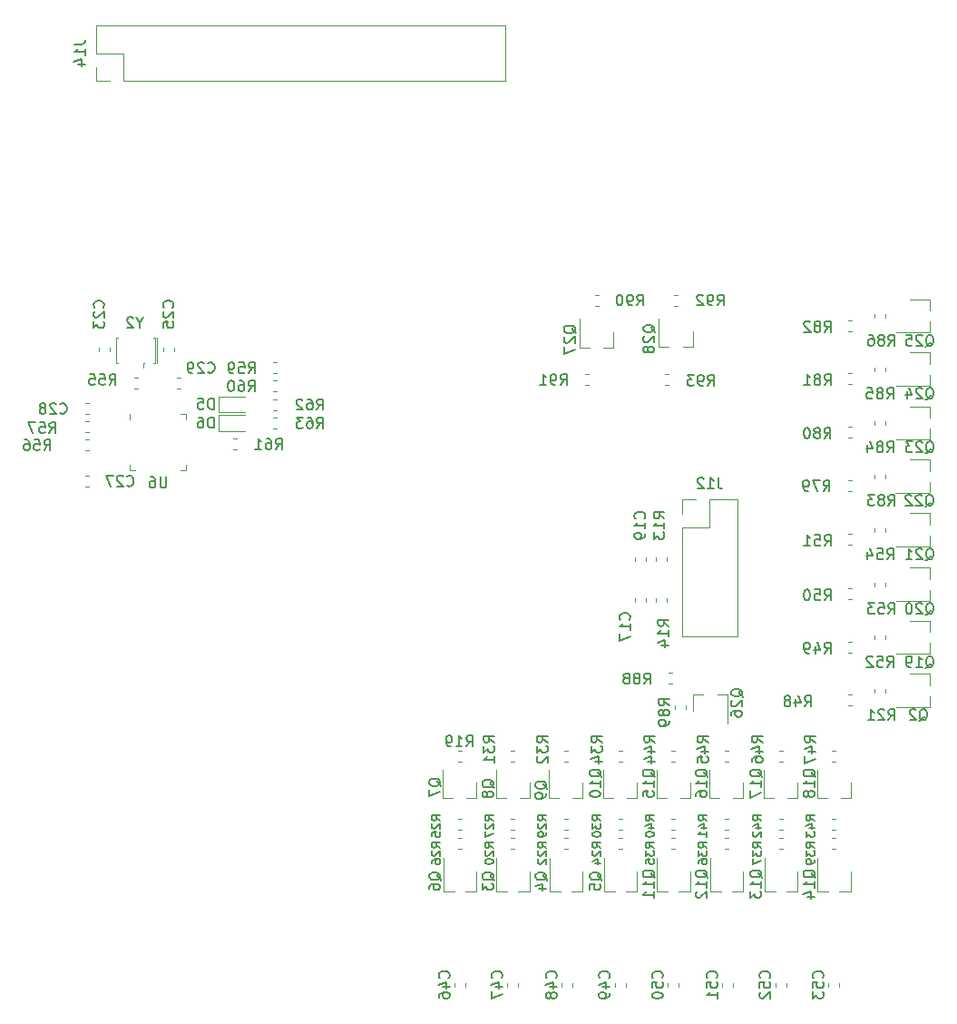
<source format=gbr>
G04 #@! TF.GenerationSoftware,KiCad,Pcbnew,(5.0.1)-3*
G04 #@! TF.CreationDate,2019-02-03T17:01:06-07:00*
G04 #@! TF.ProjectId,Snack Machine,536E61636B204D616368696E652E6B69,rev?*
G04 #@! TF.SameCoordinates,Original*
G04 #@! TF.FileFunction,Legend,Bot*
G04 #@! TF.FilePolarity,Positive*
%FSLAX46Y46*%
G04 Gerber Fmt 4.6, Leading zero omitted, Abs format (unit mm)*
G04 Created by KiCad (PCBNEW (5.0.1)-3) date 2/3/2019 5:01:06 PM*
%MOMM*%
%LPD*%
G01*
G04 APERTURE LIST*
%ADD10C,0.120000*%
%ADD11C,0.150000*%
G04 APERTURE END LIST*
D10*
G04 #@! TO.C,Q28*
X165403264Y-88724176D02*
X165403264Y-87264176D01*
X162243264Y-88724176D02*
X162243264Y-86064176D01*
X162243264Y-88724176D02*
X163173264Y-88724176D01*
X165403264Y-88724176D02*
X164473264Y-88724176D01*
G04 #@! TO.C,Q27*
X158003264Y-88774176D02*
X158003264Y-87314176D01*
X154843264Y-88774176D02*
X154843264Y-86114176D01*
X154843264Y-88774176D02*
X155773264Y-88774176D01*
X158003264Y-88774176D02*
X157073264Y-88774176D01*
G04 #@! TO.C,C17*
X161053496Y-112493994D02*
X161053496Y-112151460D01*
X160033496Y-112493994D02*
X160033496Y-112151460D01*
G04 #@! TO.C,C19*
X160033496Y-108703994D02*
X160033496Y-108361460D01*
X161053496Y-108703994D02*
X161053496Y-108361460D01*
G04 #@! TO.C,C23*
X109979902Y-88809643D02*
X109979902Y-89152177D01*
X110999902Y-88809643D02*
X110999902Y-89152177D01*
G04 #@! TO.C,C25*
X116999902Y-88809643D02*
X116999902Y-89152177D01*
X115979902Y-88809643D02*
X115979902Y-89152177D01*
G04 #@! TO.C,C27*
X109071267Y-101773000D02*
X108728733Y-101773000D01*
X109071267Y-100753000D02*
X108728733Y-100753000D01*
G04 #@! TO.C,C28*
X109071267Y-94973000D02*
X108728733Y-94973000D01*
X109071267Y-93953000D02*
X108728733Y-93953000D01*
G04 #@! TO.C,C29*
X117228733Y-91553000D02*
X117571267Y-91553000D01*
X117228733Y-92573000D02*
X117571267Y-92573000D01*
G04 #@! TO.C,D5*
X123596709Y-94841866D02*
X121136709Y-94841866D01*
X121136709Y-94841866D02*
X121136709Y-93371866D01*
X121136709Y-93371866D02*
X123596709Y-93371866D01*
G04 #@! TO.C,D6*
X121136709Y-95095866D02*
X123596709Y-95095866D01*
X121136709Y-96565866D02*
X121136709Y-95095866D01*
X123596709Y-96565866D02*
X121136709Y-96565866D01*
G04 #@! TO.C,R13*
X161938496Y-108361460D02*
X161938496Y-108703994D01*
X162958496Y-108361460D02*
X162958496Y-108703994D01*
G04 #@! TO.C,R14*
X161938496Y-112151460D02*
X161938496Y-112493994D01*
X162958496Y-112151460D02*
X162958496Y-112493994D01*
G04 #@! TO.C,R19*
X143465733Y-126363000D02*
X143808267Y-126363000D01*
X143465733Y-127383000D02*
X143808267Y-127383000D01*
G04 #@! TO.C,R20*
X148418733Y-135511000D02*
X148761267Y-135511000D01*
X148418733Y-134491000D02*
X148761267Y-134491000D01*
G04 #@! TO.C,R21*
X182370000Y-120605733D02*
X182370000Y-120948267D01*
X183390000Y-120605733D02*
X183390000Y-120948267D01*
G04 #@! TO.C,R22*
X153371733Y-135511000D02*
X153714267Y-135511000D01*
X153371733Y-134491000D02*
X153714267Y-134491000D01*
G04 #@! TO.C,R24*
X158451733Y-135511000D02*
X158794267Y-135511000D01*
X158451733Y-134491000D02*
X158794267Y-134491000D01*
G04 #@! TO.C,R25*
X143465733Y-132713000D02*
X143808267Y-132713000D01*
X143465733Y-133733000D02*
X143808267Y-133733000D01*
G04 #@! TO.C,R26*
X143465733Y-135511000D02*
X143808267Y-135511000D01*
X143465733Y-134491000D02*
X143808267Y-134491000D01*
G04 #@! TO.C,R27*
X148418733Y-133733000D02*
X148761267Y-133733000D01*
X148418733Y-132713000D02*
X148761267Y-132713000D01*
G04 #@! TO.C,R29*
X153371733Y-132713000D02*
X153714267Y-132713000D01*
X153371733Y-133733000D02*
X153714267Y-133733000D01*
G04 #@! TO.C,R30*
X158451733Y-132713000D02*
X158794267Y-132713000D01*
X158451733Y-133733000D02*
X158794267Y-133733000D01*
G04 #@! TO.C,R31*
X148418733Y-126363000D02*
X148761267Y-126363000D01*
X148418733Y-127383000D02*
X148761267Y-127383000D01*
G04 #@! TO.C,R32*
X153371733Y-126363000D02*
X153714267Y-126363000D01*
X153371733Y-127383000D02*
X153714267Y-127383000D01*
G04 #@! TO.C,R34*
X158451733Y-127383000D02*
X158794267Y-127383000D01*
X158451733Y-126363000D02*
X158794267Y-126363000D01*
G04 #@! TO.C,R35*
X163404733Y-134491000D02*
X163747267Y-134491000D01*
X163404733Y-135511000D02*
X163747267Y-135511000D01*
G04 #@! TO.C,R36*
X168357733Y-135511000D02*
X168700267Y-135511000D01*
X168357733Y-134491000D02*
X168700267Y-134491000D01*
G04 #@! TO.C,R37*
X173437733Y-135511000D02*
X173780267Y-135511000D01*
X173437733Y-134491000D02*
X173780267Y-134491000D01*
G04 #@! TO.C,R39*
X178390733Y-135511000D02*
X178733267Y-135511000D01*
X178390733Y-134491000D02*
X178733267Y-134491000D01*
G04 #@! TO.C,R40*
X163404733Y-132713000D02*
X163747267Y-132713000D01*
X163404733Y-133733000D02*
X163747267Y-133733000D01*
G04 #@! TO.C,R41*
X168357733Y-132713000D02*
X168700267Y-132713000D01*
X168357733Y-133733000D02*
X168700267Y-133733000D01*
G04 #@! TO.C,R42*
X173437733Y-132713000D02*
X173780267Y-132713000D01*
X173437733Y-133733000D02*
X173780267Y-133733000D01*
G04 #@! TO.C,R43*
X178390733Y-132713000D02*
X178733267Y-132713000D01*
X178390733Y-133733000D02*
X178733267Y-133733000D01*
G04 #@! TO.C,R44*
X163404733Y-126363000D02*
X163747267Y-126363000D01*
X163404733Y-127383000D02*
X163747267Y-127383000D01*
G04 #@! TO.C,R45*
X168357733Y-126363000D02*
X168700267Y-126363000D01*
X168357733Y-127383000D02*
X168700267Y-127383000D01*
G04 #@! TO.C,R46*
X173437733Y-126363000D02*
X173780267Y-126363000D01*
X173437733Y-127383000D02*
X173780267Y-127383000D01*
G04 #@! TO.C,R47*
X178390733Y-126363000D02*
X178733267Y-126363000D01*
X178390733Y-127383000D02*
X178733267Y-127383000D01*
G04 #@! TO.C,R48*
X180271267Y-122176000D02*
X179928733Y-122176000D01*
X180271267Y-121156000D02*
X179928733Y-121156000D01*
G04 #@! TO.C,R49*
X180257267Y-116203000D02*
X179914733Y-116203000D01*
X180257267Y-117223000D02*
X179914733Y-117223000D01*
G04 #@! TO.C,R50*
X180257267Y-111250000D02*
X179914733Y-111250000D01*
X180257267Y-112270000D02*
X179914733Y-112270000D01*
G04 #@! TO.C,R51*
X180257267Y-107190000D02*
X179914733Y-107190000D01*
X180257267Y-106170000D02*
X179914733Y-106170000D01*
G04 #@! TO.C,R52*
X182370000Y-115652733D02*
X182370000Y-115995267D01*
X183390000Y-115652733D02*
X183390000Y-115995267D01*
G04 #@! TO.C,R53*
X182370000Y-110699733D02*
X182370000Y-111042267D01*
X183390000Y-110699733D02*
X183390000Y-111042267D01*
G04 #@! TO.C,R54*
X182370000Y-105619733D02*
X182370000Y-105962267D01*
X183390000Y-105619733D02*
X183390000Y-105962267D01*
G04 #@! TO.C,R55*
X113239733Y-91603100D02*
X113582267Y-91603100D01*
X113239733Y-92623100D02*
X113582267Y-92623100D01*
G04 #@! TO.C,R56*
X109061169Y-98390910D02*
X108718635Y-98390910D01*
X109061169Y-97370910D02*
X108718635Y-97370910D01*
G04 #@! TO.C,R57*
X109061169Y-95670910D02*
X108718635Y-95670910D01*
X109061169Y-96690910D02*
X108718635Y-96690910D01*
G04 #@! TO.C,R59*
X126571267Y-91173000D02*
X126228733Y-91173000D01*
X126571267Y-90153000D02*
X126228733Y-90153000D01*
G04 #@! TO.C,R60*
X126571267Y-91853000D02*
X126228733Y-91853000D01*
X126571267Y-92873000D02*
X126228733Y-92873000D01*
G04 #@! TO.C,R61*
X122871267Y-97253000D02*
X122528733Y-97253000D01*
X122871267Y-98273000D02*
X122528733Y-98273000D01*
G04 #@! TO.C,R62*
X126221442Y-93596866D02*
X126563976Y-93596866D01*
X126221442Y-94616866D02*
X126563976Y-94616866D01*
G04 #@! TO.C,R63*
X126221442Y-96340866D02*
X126563976Y-96340866D01*
X126221442Y-95320866D02*
X126563976Y-95320866D01*
G04 #@! TO.C,U6*
X112879902Y-99715910D02*
X112879902Y-100190910D01*
X112879902Y-100190910D02*
X113354902Y-100190910D01*
X118099902Y-95445910D02*
X118099902Y-94970910D01*
X118099902Y-94970910D02*
X117624902Y-94970910D01*
X118099902Y-99715910D02*
X118099902Y-100190910D01*
X118099902Y-100190910D02*
X117624902Y-100190910D01*
X112879902Y-95445910D02*
X112879902Y-94970910D01*
G04 #@! TO.C,J12*
X169570000Y-102920000D02*
X166970000Y-102920000D01*
X169570000Y-102920000D02*
X169570000Y-115740000D01*
X169570000Y-115740000D02*
X164370000Y-115740000D01*
X164370000Y-105520000D02*
X164370000Y-115740000D01*
X166970000Y-105520000D02*
X164370000Y-105520000D01*
X166970000Y-102920000D02*
X166970000Y-105520000D01*
X164370000Y-102920000D02*
X164370000Y-104250000D01*
X165700000Y-102920000D02*
X164370000Y-102920000D01*
G04 #@! TO.C,J14*
X109670000Y-58720000D02*
X109670000Y-61320000D01*
X109670000Y-58720000D02*
X147890000Y-58720000D01*
X147890000Y-58720000D02*
X147890000Y-63920000D01*
X112270000Y-63920000D02*
X147890000Y-63920000D01*
X112270000Y-61320000D02*
X112270000Y-63920000D01*
X109670000Y-61320000D02*
X112270000Y-61320000D01*
X109670000Y-63920000D02*
X111000000Y-63920000D01*
X109670000Y-62590000D02*
X109670000Y-63920000D01*
G04 #@! TO.C,Y2*
X111585600Y-87852400D02*
X111585600Y-89852400D01*
X115185600Y-89852400D02*
X115185600Y-87852400D01*
X114135600Y-90252400D02*
X114135600Y-90652400D01*
X115385600Y-87852400D02*
X115385600Y-89852400D01*
X111585600Y-89852400D02*
X111585600Y-90252400D01*
X115185600Y-89852400D02*
X115185600Y-90252400D01*
X115385600Y-89852400D02*
X115385600Y-90252400D01*
X115185600Y-87852400D02*
X115035600Y-87852400D01*
X115185600Y-90252400D02*
X115035600Y-90252400D01*
X114135600Y-90252400D02*
X114185600Y-90252400D01*
X111585600Y-90252400D02*
X111735600Y-90252400D01*
X111585600Y-87852400D02*
X111735600Y-87852400D01*
G04 #@! TO.C,R79*
X180257267Y-101140800D02*
X179914733Y-101140800D01*
X180257267Y-102160800D02*
X179914733Y-102160800D01*
G04 #@! TO.C,R80*
X180245867Y-97182400D02*
X179903333Y-97182400D01*
X180245867Y-96162400D02*
X179903333Y-96162400D01*
G04 #@! TO.C,R81*
X180257267Y-92204000D02*
X179914733Y-92204000D01*
X180257267Y-91184000D02*
X179914733Y-91184000D01*
G04 #@! TO.C,R82*
X180257267Y-87251000D02*
X179914733Y-87251000D01*
X180257267Y-86231000D02*
X179914733Y-86231000D01*
G04 #@! TO.C,R83*
X183390000Y-100615933D02*
X183390000Y-100958467D01*
X182370000Y-100615933D02*
X182370000Y-100958467D01*
G04 #@! TO.C,R84*
X182370000Y-95637533D02*
X182370000Y-95980067D01*
X183390000Y-95637533D02*
X183390000Y-95980067D01*
G04 #@! TO.C,R85*
X182370000Y-90633733D02*
X182370000Y-90976267D01*
X183390000Y-90633733D02*
X183390000Y-90976267D01*
G04 #@! TO.C,R86*
X182370000Y-85680733D02*
X182370000Y-86023267D01*
X183390000Y-85680733D02*
X183390000Y-86023267D01*
G04 #@! TO.C,C46*
X143127000Y-148037733D02*
X143127000Y-148380267D01*
X144147000Y-148037733D02*
X144147000Y-148380267D01*
G04 #@! TO.C,C47*
X148080000Y-148037733D02*
X148080000Y-148380267D01*
X149100000Y-148037733D02*
X149100000Y-148380267D01*
G04 #@! TO.C,C48*
X154180000Y-148037733D02*
X154180000Y-148380267D01*
X153160000Y-148037733D02*
X153160000Y-148380267D01*
G04 #@! TO.C,C49*
X158113000Y-148037733D02*
X158113000Y-148380267D01*
X159133000Y-148037733D02*
X159133000Y-148380267D01*
G04 #@! TO.C,C50*
X164086000Y-148037733D02*
X164086000Y-148380267D01*
X163066000Y-148037733D02*
X163066000Y-148380267D01*
G04 #@! TO.C,C51*
X169166000Y-148037733D02*
X169166000Y-148380267D01*
X168146000Y-148037733D02*
X168146000Y-148380267D01*
G04 #@! TO.C,C52*
X173099000Y-148037733D02*
X173099000Y-148380267D01*
X174119000Y-148037733D02*
X174119000Y-148380267D01*
G04 #@! TO.C,C53*
X179072000Y-148037733D02*
X179072000Y-148380267D01*
X178052000Y-148037733D02*
X178052000Y-148380267D01*
G04 #@! TO.C,Q7*
X145217000Y-130808000D02*
X144287000Y-130808000D01*
X142057000Y-130808000D02*
X142987000Y-130808000D01*
X142057000Y-130808000D02*
X142057000Y-128148000D01*
X145217000Y-130808000D02*
X145217000Y-129348000D01*
G04 #@! TO.C,Q8*
X150170000Y-130808000D02*
X149240000Y-130808000D01*
X147010000Y-130808000D02*
X147940000Y-130808000D01*
X147010000Y-130808000D02*
X147010000Y-128148000D01*
X150170000Y-130808000D02*
X150170000Y-129348000D01*
G04 #@! TO.C,Q9*
X155123000Y-130808000D02*
X155123000Y-129348000D01*
X151963000Y-130808000D02*
X151963000Y-128148000D01*
X151963000Y-130808000D02*
X152893000Y-130808000D01*
X155123000Y-130808000D02*
X154193000Y-130808000D01*
G04 #@! TO.C,Q10*
X160203000Y-130808000D02*
X160203000Y-129348000D01*
X157043000Y-130808000D02*
X157043000Y-128148000D01*
X157043000Y-130808000D02*
X157973000Y-130808000D01*
X160203000Y-130808000D02*
X159273000Y-130808000D01*
G04 #@! TO.C,Q15*
X165156000Y-130808000D02*
X165156000Y-129348000D01*
X161996000Y-130808000D02*
X161996000Y-128148000D01*
X161996000Y-130808000D02*
X162926000Y-130808000D01*
X165156000Y-130808000D02*
X164226000Y-130808000D01*
G04 #@! TO.C,Q16*
X170109000Y-130808000D02*
X169179000Y-130808000D01*
X166949000Y-130808000D02*
X167879000Y-130808000D01*
X166949000Y-130808000D02*
X166949000Y-128148000D01*
X170109000Y-130808000D02*
X170109000Y-129348000D01*
G04 #@! TO.C,Q17*
X175189000Y-130808000D02*
X174259000Y-130808000D01*
X172029000Y-130808000D02*
X172959000Y-130808000D01*
X172029000Y-130808000D02*
X172029000Y-128148000D01*
X175189000Y-130808000D02*
X175189000Y-129348000D01*
G04 #@! TO.C,Q18*
X180142000Y-130808000D02*
X179212000Y-130808000D01*
X176982000Y-130808000D02*
X177912000Y-130808000D01*
X176982000Y-130808000D02*
X176982000Y-128148000D01*
X180142000Y-130808000D02*
X180142000Y-129348000D01*
G04 #@! TO.C,Q2*
X187493000Y-122287000D02*
X184363000Y-122287000D01*
X187513000Y-122277000D02*
X187513000Y-121277000D01*
X187513000Y-119227000D02*
X185663000Y-119227000D01*
X187513000Y-120277000D02*
X187513000Y-119227000D01*
G04 #@! TO.C,Q3*
X149090000Y-139507000D02*
X150140000Y-139507000D01*
X150140000Y-139507000D02*
X150140000Y-137657000D01*
X147090000Y-139507000D02*
X148090000Y-139507000D01*
X147080000Y-139487000D02*
X147080000Y-136357000D01*
G04 #@! TO.C,Q4*
X154043000Y-139507000D02*
X155093000Y-139507000D01*
X155093000Y-139507000D02*
X155093000Y-137657000D01*
X152043000Y-139507000D02*
X153043000Y-139507000D01*
X152033000Y-139487000D02*
X152033000Y-136357000D01*
G04 #@! TO.C,Q5*
X157113000Y-139487000D02*
X157113000Y-136357000D01*
X157123000Y-139507000D02*
X158123000Y-139507000D01*
X160173000Y-139507000D02*
X160173000Y-137657000D01*
X159123000Y-139507000D02*
X160173000Y-139507000D01*
G04 #@! TO.C,Q6*
X142127000Y-139487000D02*
X142127000Y-136357000D01*
X142137000Y-139507000D02*
X143137000Y-139507000D01*
X145187000Y-139507000D02*
X145187000Y-137657000D01*
X144137000Y-139507000D02*
X145187000Y-139507000D01*
G04 #@! TO.C,Q11*
X162066000Y-139487000D02*
X162066000Y-136357000D01*
X162076000Y-139507000D02*
X163076000Y-139507000D01*
X165126000Y-139507000D02*
X165126000Y-137657000D01*
X164076000Y-139507000D02*
X165126000Y-139507000D01*
G04 #@! TO.C,Q12*
X169029000Y-139507000D02*
X170079000Y-139507000D01*
X170079000Y-139507000D02*
X170079000Y-137657000D01*
X167029000Y-139507000D02*
X168029000Y-139507000D01*
X167019000Y-139487000D02*
X167019000Y-136357000D01*
G04 #@! TO.C,Q13*
X174109000Y-139507000D02*
X175159000Y-139507000D01*
X175159000Y-139507000D02*
X175159000Y-137657000D01*
X172109000Y-139507000D02*
X173109000Y-139507000D01*
X172099000Y-139487000D02*
X172099000Y-136357000D01*
G04 #@! TO.C,Q14*
X179062000Y-139507000D02*
X180112000Y-139507000D01*
X180112000Y-139507000D02*
X180112000Y-137657000D01*
X177062000Y-139507000D02*
X178062000Y-139507000D01*
X177052000Y-139487000D02*
X177052000Y-136357000D01*
G04 #@! TO.C,Q19*
X187493000Y-117334000D02*
X184363000Y-117334000D01*
X187513000Y-117324000D02*
X187513000Y-116324000D01*
X187513000Y-114274000D02*
X185663000Y-114274000D01*
X187513000Y-115324000D02*
X187513000Y-114274000D01*
G04 #@! TO.C,Q20*
X187513000Y-110371000D02*
X187513000Y-109321000D01*
X187513000Y-109321000D02*
X185663000Y-109321000D01*
X187513000Y-112371000D02*
X187513000Y-111371000D01*
X187493000Y-112381000D02*
X184363000Y-112381000D01*
G04 #@! TO.C,Q21*
X187513000Y-105291000D02*
X187513000Y-104241000D01*
X187513000Y-104241000D02*
X185663000Y-104241000D01*
X187513000Y-107291000D02*
X187513000Y-106291000D01*
X187493000Y-107301000D02*
X184363000Y-107301000D01*
G04 #@! TO.C,Q22*
X187487600Y-100287200D02*
X187487600Y-99237200D01*
X187487600Y-99237200D02*
X185637600Y-99237200D01*
X187487600Y-102287200D02*
X187487600Y-101287200D01*
X187467600Y-102297200D02*
X184337600Y-102297200D01*
G04 #@! TO.C,Q23*
X187493000Y-97318800D02*
X184363000Y-97318800D01*
X187513000Y-97308800D02*
X187513000Y-96308800D01*
X187513000Y-94258800D02*
X185663000Y-94258800D01*
X187513000Y-95308800D02*
X187513000Y-94258800D01*
G04 #@! TO.C,Q24*
X187493000Y-92315000D02*
X184363000Y-92315000D01*
X187513000Y-92305000D02*
X187513000Y-91305000D01*
X187513000Y-89255000D02*
X185663000Y-89255000D01*
X187513000Y-90305000D02*
X187513000Y-89255000D01*
G04 #@! TO.C,Q25*
X187493000Y-87362000D02*
X184363000Y-87362000D01*
X187513000Y-87352000D02*
X187513000Y-86352000D01*
X187513000Y-84302000D02*
X185663000Y-84302000D01*
X187513000Y-85352000D02*
X187513000Y-84302000D01*
G04 #@! TO.C,Q26*
X165437537Y-121166530D02*
X166367537Y-121166530D01*
X168597537Y-121166530D02*
X167667537Y-121166530D01*
X168597537Y-121166530D02*
X168597537Y-123826530D01*
X165437537Y-121166530D02*
X165437537Y-122626530D01*
G04 #@! TO.C,R88*
X163471267Y-119090000D02*
X163128733Y-119090000D01*
X163471267Y-120110000D02*
X163128733Y-120110000D01*
G04 #@! TO.C,R89*
X164710000Y-122128733D02*
X164710000Y-122471267D01*
X163690000Y-122128733D02*
X163690000Y-122471267D01*
G04 #@! TO.C,R90*
X156276996Y-83879175D02*
X156619530Y-83879175D01*
X156276996Y-84899175D02*
X156619530Y-84899175D01*
G04 #@! TO.C,R91*
X155376996Y-91279175D02*
X155719530Y-91279175D01*
X155376996Y-92299175D02*
X155719530Y-92299175D01*
G04 #@! TO.C,R92*
X163676996Y-84899175D02*
X164019530Y-84899175D01*
X163676996Y-83879175D02*
X164019530Y-83879175D01*
G04 #@! TO.C,R93*
X162776996Y-92299175D02*
X163119530Y-92299175D01*
X162776996Y-91279175D02*
X163119530Y-91279175D01*
G04 #@! TO.C,Q28*
D11*
X161870883Y-87392747D02*
X161823264Y-87297509D01*
X161728025Y-87202271D01*
X161585168Y-87059414D01*
X161537549Y-86964176D01*
X161537549Y-86868937D01*
X161775644Y-86916556D02*
X161728025Y-86821318D01*
X161632787Y-86726080D01*
X161442311Y-86678461D01*
X161108978Y-86678461D01*
X160918502Y-86726080D01*
X160823264Y-86821318D01*
X160775644Y-86916556D01*
X160775644Y-87107033D01*
X160823264Y-87202271D01*
X160918502Y-87297509D01*
X161108978Y-87345128D01*
X161442311Y-87345128D01*
X161632787Y-87297509D01*
X161728025Y-87202271D01*
X161775644Y-87107033D01*
X161775644Y-86916556D01*
X160870883Y-87726080D02*
X160823264Y-87773699D01*
X160775644Y-87868937D01*
X160775644Y-88107033D01*
X160823264Y-88202271D01*
X160870883Y-88249890D01*
X160966121Y-88297509D01*
X161061359Y-88297509D01*
X161204216Y-88249890D01*
X161775644Y-87678461D01*
X161775644Y-88297509D01*
X161204216Y-88868937D02*
X161156597Y-88773699D01*
X161108978Y-88726080D01*
X161013740Y-88678461D01*
X160966121Y-88678461D01*
X160870883Y-88726080D01*
X160823264Y-88773699D01*
X160775644Y-88868937D01*
X160775644Y-89059414D01*
X160823264Y-89154652D01*
X160870883Y-89202271D01*
X160966121Y-89249890D01*
X161013740Y-89249890D01*
X161108978Y-89202271D01*
X161156597Y-89154652D01*
X161204216Y-89059414D01*
X161204216Y-88868937D01*
X161251835Y-88773699D01*
X161299454Y-88726080D01*
X161394692Y-88678461D01*
X161585168Y-88678461D01*
X161680406Y-88726080D01*
X161728025Y-88773699D01*
X161775644Y-88868937D01*
X161775644Y-89059414D01*
X161728025Y-89154652D01*
X161680406Y-89202271D01*
X161585168Y-89249890D01*
X161394692Y-89249890D01*
X161299454Y-89202271D01*
X161251835Y-89154652D01*
X161204216Y-89059414D01*
G04 #@! TO.C,Q27*
X154470883Y-87442747D02*
X154423264Y-87347509D01*
X154328025Y-87252271D01*
X154185168Y-87109414D01*
X154137549Y-87014176D01*
X154137549Y-86918937D01*
X154375644Y-86966556D02*
X154328025Y-86871318D01*
X154232787Y-86776080D01*
X154042311Y-86728461D01*
X153708978Y-86728461D01*
X153518502Y-86776080D01*
X153423264Y-86871318D01*
X153375644Y-86966556D01*
X153375644Y-87157033D01*
X153423264Y-87252271D01*
X153518502Y-87347509D01*
X153708978Y-87395128D01*
X154042311Y-87395128D01*
X154232787Y-87347509D01*
X154328025Y-87252271D01*
X154375644Y-87157033D01*
X154375644Y-86966556D01*
X153470883Y-87776080D02*
X153423264Y-87823699D01*
X153375644Y-87918937D01*
X153375644Y-88157033D01*
X153423264Y-88252271D01*
X153470883Y-88299890D01*
X153566121Y-88347509D01*
X153661359Y-88347509D01*
X153804216Y-88299890D01*
X154375644Y-87728461D01*
X154375644Y-88347509D01*
X153375644Y-88680842D02*
X153375644Y-89347509D01*
X154375644Y-88918937D01*
G04 #@! TO.C,C17*
X159457142Y-114157142D02*
X159504761Y-114109523D01*
X159552380Y-113966666D01*
X159552380Y-113871428D01*
X159504761Y-113728571D01*
X159409523Y-113633333D01*
X159314285Y-113585714D01*
X159123809Y-113538095D01*
X158980952Y-113538095D01*
X158790476Y-113585714D01*
X158695238Y-113633333D01*
X158600000Y-113728571D01*
X158552380Y-113871428D01*
X158552380Y-113966666D01*
X158600000Y-114109523D01*
X158647619Y-114157142D01*
X159552380Y-115109523D02*
X159552380Y-114538095D01*
X159552380Y-114823809D02*
X158552380Y-114823809D01*
X158695238Y-114728571D01*
X158790476Y-114633333D01*
X158838095Y-114538095D01*
X158552380Y-115442857D02*
X158552380Y-116109523D01*
X159552380Y-115680952D01*
G04 #@! TO.C,C19*
X160857142Y-104714869D02*
X160904761Y-104667250D01*
X160952380Y-104524393D01*
X160952380Y-104429155D01*
X160904761Y-104286298D01*
X160809523Y-104191060D01*
X160714285Y-104143441D01*
X160523809Y-104095822D01*
X160380952Y-104095822D01*
X160190476Y-104143441D01*
X160095238Y-104191060D01*
X160000000Y-104286298D01*
X159952380Y-104429155D01*
X159952380Y-104524393D01*
X160000000Y-104667250D01*
X160047619Y-104714869D01*
X160952380Y-105667250D02*
X160952380Y-105095822D01*
X160952380Y-105381536D02*
X159952380Y-105381536D01*
X160095238Y-105286298D01*
X160190476Y-105191060D01*
X160238095Y-105095822D01*
X160952380Y-106143441D02*
X160952380Y-106333917D01*
X160904761Y-106429155D01*
X160857142Y-106476774D01*
X160714285Y-106572012D01*
X160523809Y-106619631D01*
X160142857Y-106619631D01*
X160047619Y-106572012D01*
X160000000Y-106524393D01*
X159952380Y-106429155D01*
X159952380Y-106238679D01*
X160000000Y-106143441D01*
X160047619Y-106095822D01*
X160142857Y-106048203D01*
X160380952Y-106048203D01*
X160476190Y-106095822D01*
X160523809Y-106143441D01*
X160571428Y-106238679D01*
X160571428Y-106429155D01*
X160523809Y-106524393D01*
X160476190Y-106572012D01*
X160380952Y-106619631D01*
G04 #@! TO.C,C23*
X110357142Y-85036052D02*
X110404761Y-84988433D01*
X110452380Y-84845576D01*
X110452380Y-84750338D01*
X110404761Y-84607481D01*
X110309523Y-84512243D01*
X110214285Y-84464624D01*
X110023809Y-84417005D01*
X109880952Y-84417005D01*
X109690476Y-84464624D01*
X109595238Y-84512243D01*
X109500000Y-84607481D01*
X109452380Y-84750338D01*
X109452380Y-84845576D01*
X109500000Y-84988433D01*
X109547619Y-85036052D01*
X109547619Y-85417005D02*
X109500000Y-85464624D01*
X109452380Y-85559862D01*
X109452380Y-85797957D01*
X109500000Y-85893195D01*
X109547619Y-85940814D01*
X109642857Y-85988433D01*
X109738095Y-85988433D01*
X109880952Y-85940814D01*
X110452380Y-85369386D01*
X110452380Y-85988433D01*
X109452380Y-86321767D02*
X109452380Y-86940814D01*
X109833333Y-86607481D01*
X109833333Y-86750338D01*
X109880952Y-86845576D01*
X109928571Y-86893195D01*
X110023809Y-86940814D01*
X110261904Y-86940814D01*
X110357142Y-86893195D01*
X110404761Y-86845576D01*
X110452380Y-86750338D01*
X110452380Y-86464624D01*
X110404761Y-86369386D01*
X110357142Y-86321767D01*
G04 #@! TO.C,C25*
X116847044Y-85036052D02*
X116894663Y-84988433D01*
X116942282Y-84845576D01*
X116942282Y-84750338D01*
X116894663Y-84607481D01*
X116799425Y-84512243D01*
X116704187Y-84464624D01*
X116513711Y-84417005D01*
X116370854Y-84417005D01*
X116180378Y-84464624D01*
X116085140Y-84512243D01*
X115989902Y-84607481D01*
X115942282Y-84750338D01*
X115942282Y-84845576D01*
X115989902Y-84988433D01*
X116037521Y-85036052D01*
X116037521Y-85417005D02*
X115989902Y-85464624D01*
X115942282Y-85559862D01*
X115942282Y-85797957D01*
X115989902Y-85893195D01*
X116037521Y-85940814D01*
X116132759Y-85988433D01*
X116227997Y-85988433D01*
X116370854Y-85940814D01*
X116942282Y-85369386D01*
X116942282Y-85988433D01*
X115942282Y-86893195D02*
X115942282Y-86417005D01*
X116418473Y-86369386D01*
X116370854Y-86417005D01*
X116323235Y-86512243D01*
X116323235Y-86750338D01*
X116370854Y-86845576D01*
X116418473Y-86893195D01*
X116513711Y-86940814D01*
X116751806Y-86940814D01*
X116847044Y-86893195D01*
X116894663Y-86845576D01*
X116942282Y-86750338D01*
X116942282Y-86512243D01*
X116894663Y-86417005D01*
X116847044Y-86369386D01*
G04 #@! TO.C,C27*
X112590857Y-101620142D02*
X112638476Y-101667761D01*
X112781333Y-101715380D01*
X112876571Y-101715380D01*
X113019428Y-101667761D01*
X113114666Y-101572523D01*
X113162285Y-101477285D01*
X113209904Y-101286809D01*
X113209904Y-101143952D01*
X113162285Y-100953476D01*
X113114666Y-100858238D01*
X113019428Y-100763000D01*
X112876571Y-100715380D01*
X112781333Y-100715380D01*
X112638476Y-100763000D01*
X112590857Y-100810619D01*
X112209904Y-100810619D02*
X112162285Y-100763000D01*
X112067047Y-100715380D01*
X111828952Y-100715380D01*
X111733714Y-100763000D01*
X111686095Y-100810619D01*
X111638476Y-100905857D01*
X111638476Y-101001095D01*
X111686095Y-101143952D01*
X112257523Y-101715380D01*
X111638476Y-101715380D01*
X111305142Y-100715380D02*
X110638476Y-100715380D01*
X111067047Y-101715380D01*
G04 #@! TO.C,C28*
X106342857Y-94857142D02*
X106390476Y-94904761D01*
X106533333Y-94952380D01*
X106628571Y-94952380D01*
X106771428Y-94904761D01*
X106866666Y-94809523D01*
X106914285Y-94714285D01*
X106961904Y-94523809D01*
X106961904Y-94380952D01*
X106914285Y-94190476D01*
X106866666Y-94095238D01*
X106771428Y-94000000D01*
X106628571Y-93952380D01*
X106533333Y-93952380D01*
X106390476Y-94000000D01*
X106342857Y-94047619D01*
X105961904Y-94047619D02*
X105914285Y-94000000D01*
X105819047Y-93952380D01*
X105580952Y-93952380D01*
X105485714Y-94000000D01*
X105438095Y-94047619D01*
X105390476Y-94142857D01*
X105390476Y-94238095D01*
X105438095Y-94380952D01*
X106009523Y-94952380D01*
X105390476Y-94952380D01*
X104819047Y-94380952D02*
X104914285Y-94333333D01*
X104961904Y-94285714D01*
X105009523Y-94190476D01*
X105009523Y-94142857D01*
X104961904Y-94047619D01*
X104914285Y-94000000D01*
X104819047Y-93952380D01*
X104628571Y-93952380D01*
X104533333Y-94000000D01*
X104485714Y-94047619D01*
X104438095Y-94142857D01*
X104438095Y-94190476D01*
X104485714Y-94285714D01*
X104533333Y-94333333D01*
X104628571Y-94380952D01*
X104819047Y-94380952D01*
X104914285Y-94428571D01*
X104961904Y-94476190D01*
X105009523Y-94571428D01*
X105009523Y-94761904D01*
X104961904Y-94857142D01*
X104914285Y-94904761D01*
X104819047Y-94952380D01*
X104628571Y-94952380D01*
X104533333Y-94904761D01*
X104485714Y-94857142D01*
X104438095Y-94761904D01*
X104438095Y-94571428D01*
X104485714Y-94476190D01*
X104533333Y-94428571D01*
X104628571Y-94380952D01*
G04 #@! TO.C,C29*
X120142857Y-91057142D02*
X120190476Y-91104761D01*
X120333333Y-91152380D01*
X120428571Y-91152380D01*
X120571428Y-91104761D01*
X120666666Y-91009523D01*
X120714285Y-90914285D01*
X120761904Y-90723809D01*
X120761904Y-90580952D01*
X120714285Y-90390476D01*
X120666666Y-90295238D01*
X120571428Y-90200000D01*
X120428571Y-90152380D01*
X120333333Y-90152380D01*
X120190476Y-90200000D01*
X120142857Y-90247619D01*
X119761904Y-90247619D02*
X119714285Y-90200000D01*
X119619047Y-90152380D01*
X119380952Y-90152380D01*
X119285714Y-90200000D01*
X119238095Y-90247619D01*
X119190476Y-90342857D01*
X119190476Y-90438095D01*
X119238095Y-90580952D01*
X119809523Y-91152380D01*
X119190476Y-91152380D01*
X118714285Y-91152380D02*
X118523809Y-91152380D01*
X118428571Y-91104761D01*
X118380952Y-91057142D01*
X118285714Y-90914285D01*
X118238095Y-90723809D01*
X118238095Y-90342857D01*
X118285714Y-90247619D01*
X118333333Y-90200000D01*
X118428571Y-90152380D01*
X118619047Y-90152380D01*
X118714285Y-90200000D01*
X118761904Y-90247619D01*
X118809523Y-90342857D01*
X118809523Y-90580952D01*
X118761904Y-90676190D01*
X118714285Y-90723809D01*
X118619047Y-90771428D01*
X118428571Y-90771428D01*
X118333333Y-90723809D01*
X118285714Y-90676190D01*
X118238095Y-90580952D01*
G04 #@! TO.C,D5*
X120675995Y-94514263D02*
X120675995Y-93514263D01*
X120437900Y-93514263D01*
X120295042Y-93561883D01*
X120199804Y-93657121D01*
X120152185Y-93752359D01*
X120104566Y-93942835D01*
X120104566Y-94085692D01*
X120152185Y-94276168D01*
X120199804Y-94371406D01*
X120295042Y-94466644D01*
X120437900Y-94514263D01*
X120675995Y-94514263D01*
X119199804Y-93514263D02*
X119675995Y-93514263D01*
X119723614Y-93990454D01*
X119675995Y-93942835D01*
X119580757Y-93895216D01*
X119342661Y-93895216D01*
X119247423Y-93942835D01*
X119199804Y-93990454D01*
X119152185Y-94085692D01*
X119152185Y-94323787D01*
X119199804Y-94419025D01*
X119247423Y-94466644D01*
X119342661Y-94514263D01*
X119580757Y-94514263D01*
X119675995Y-94466644D01*
X119723614Y-94419025D01*
G04 #@! TO.C,D6*
X120675995Y-96283246D02*
X120675995Y-95283246D01*
X120437900Y-95283246D01*
X120295042Y-95330866D01*
X120199804Y-95426104D01*
X120152185Y-95521342D01*
X120104566Y-95711818D01*
X120104566Y-95854675D01*
X120152185Y-96045151D01*
X120199804Y-96140389D01*
X120295042Y-96235627D01*
X120437900Y-96283246D01*
X120675995Y-96283246D01*
X119247423Y-95283246D02*
X119437900Y-95283246D01*
X119533138Y-95330866D01*
X119580757Y-95378485D01*
X119675995Y-95521342D01*
X119723614Y-95711818D01*
X119723614Y-96092770D01*
X119675995Y-96188008D01*
X119628376Y-96235627D01*
X119533138Y-96283246D01*
X119342661Y-96283246D01*
X119247423Y-96235627D01*
X119199804Y-96188008D01*
X119152185Y-96092770D01*
X119152185Y-95854675D01*
X119199804Y-95759437D01*
X119247423Y-95711818D01*
X119342661Y-95664199D01*
X119533138Y-95664199D01*
X119628376Y-95711818D01*
X119675995Y-95759437D01*
X119723614Y-95854675D01*
G04 #@! TO.C,R13*
X162752380Y-104714869D02*
X162276190Y-104381536D01*
X162752380Y-104143441D02*
X161752380Y-104143441D01*
X161752380Y-104524393D01*
X161800000Y-104619631D01*
X161847619Y-104667250D01*
X161942857Y-104714869D01*
X162085714Y-104714869D01*
X162180952Y-104667250D01*
X162228571Y-104619631D01*
X162276190Y-104524393D01*
X162276190Y-104143441D01*
X162752380Y-105667250D02*
X162752380Y-105095822D01*
X162752380Y-105381536D02*
X161752380Y-105381536D01*
X161895238Y-105286298D01*
X161990476Y-105191060D01*
X162038095Y-105095822D01*
X161752380Y-106000584D02*
X161752380Y-106619631D01*
X162133333Y-106286298D01*
X162133333Y-106429155D01*
X162180952Y-106524393D01*
X162228571Y-106572012D01*
X162323809Y-106619631D01*
X162561904Y-106619631D01*
X162657142Y-106572012D01*
X162704761Y-106524393D01*
X162752380Y-106429155D01*
X162752380Y-106143441D01*
X162704761Y-106048203D01*
X162657142Y-106000584D01*
G04 #@! TO.C,R14*
X163152380Y-114757142D02*
X162676190Y-114423809D01*
X163152380Y-114185714D02*
X162152380Y-114185714D01*
X162152380Y-114566666D01*
X162200000Y-114661904D01*
X162247619Y-114709523D01*
X162342857Y-114757142D01*
X162485714Y-114757142D01*
X162580952Y-114709523D01*
X162628571Y-114661904D01*
X162676190Y-114566666D01*
X162676190Y-114185714D01*
X163152380Y-115709523D02*
X163152380Y-115138095D01*
X163152380Y-115423809D02*
X162152380Y-115423809D01*
X162295238Y-115328571D01*
X162390476Y-115233333D01*
X162438095Y-115138095D01*
X162485714Y-116566666D02*
X163152380Y-116566666D01*
X162104761Y-116328571D02*
X162819047Y-116090476D01*
X162819047Y-116709523D01*
G04 #@! TO.C,R19*
X144254457Y-125979180D02*
X144587790Y-125502990D01*
X144825885Y-125979180D02*
X144825885Y-124979180D01*
X144444933Y-124979180D01*
X144349695Y-125026800D01*
X144302076Y-125074419D01*
X144254457Y-125169657D01*
X144254457Y-125312514D01*
X144302076Y-125407752D01*
X144349695Y-125455371D01*
X144444933Y-125502990D01*
X144825885Y-125502990D01*
X143302076Y-125979180D02*
X143873504Y-125979180D01*
X143587790Y-125979180D02*
X143587790Y-124979180D01*
X143683028Y-125122038D01*
X143778266Y-125217276D01*
X143873504Y-125264895D01*
X142825885Y-125979180D02*
X142635409Y-125979180D01*
X142540171Y-125931561D01*
X142492552Y-125883942D01*
X142397314Y-125741085D01*
X142349695Y-125550609D01*
X142349695Y-125169657D01*
X142397314Y-125074419D01*
X142444933Y-125026800D01*
X142540171Y-124979180D01*
X142730647Y-124979180D01*
X142825885Y-125026800D01*
X142873504Y-125074419D01*
X142921123Y-125169657D01*
X142921123Y-125407752D01*
X142873504Y-125502990D01*
X142825885Y-125550609D01*
X142730647Y-125598228D01*
X142540171Y-125598228D01*
X142444933Y-125550609D01*
X142397314Y-125502990D01*
X142349695Y-125407752D01*
G04 #@! TO.C,R20*
X146792904Y-135421714D02*
X146411952Y-135155047D01*
X146792904Y-134964571D02*
X145992904Y-134964571D01*
X145992904Y-135269333D01*
X146031000Y-135345523D01*
X146069095Y-135383619D01*
X146145285Y-135421714D01*
X146259571Y-135421714D01*
X146335761Y-135383619D01*
X146373857Y-135345523D01*
X146411952Y-135269333D01*
X146411952Y-134964571D01*
X146069095Y-135726476D02*
X146031000Y-135764571D01*
X145992904Y-135840761D01*
X145992904Y-136031238D01*
X146031000Y-136107428D01*
X146069095Y-136145523D01*
X146145285Y-136183619D01*
X146221476Y-136183619D01*
X146335761Y-136145523D01*
X146792904Y-135688380D01*
X146792904Y-136183619D01*
X145992904Y-136678857D02*
X145992904Y-136755047D01*
X146031000Y-136831238D01*
X146069095Y-136869333D01*
X146145285Y-136907428D01*
X146297666Y-136945523D01*
X146488142Y-136945523D01*
X146640523Y-136907428D01*
X146716714Y-136869333D01*
X146754809Y-136831238D01*
X146792904Y-136755047D01*
X146792904Y-136678857D01*
X146754809Y-136602666D01*
X146716714Y-136564571D01*
X146640523Y-136526476D01*
X146488142Y-136488380D01*
X146297666Y-136488380D01*
X146145285Y-136526476D01*
X146069095Y-136564571D01*
X146031000Y-136602666D01*
X145992904Y-136678857D01*
G04 #@! TO.C,R21*
X183649857Y-123515380D02*
X183983190Y-123039190D01*
X184221285Y-123515380D02*
X184221285Y-122515380D01*
X183840333Y-122515380D01*
X183745095Y-122563000D01*
X183697476Y-122610619D01*
X183649857Y-122705857D01*
X183649857Y-122848714D01*
X183697476Y-122943952D01*
X183745095Y-122991571D01*
X183840333Y-123039190D01*
X184221285Y-123039190D01*
X183268904Y-122610619D02*
X183221285Y-122563000D01*
X183126047Y-122515380D01*
X182887952Y-122515380D01*
X182792714Y-122563000D01*
X182745095Y-122610619D01*
X182697476Y-122705857D01*
X182697476Y-122801095D01*
X182745095Y-122943952D01*
X183316523Y-123515380D01*
X182697476Y-123515380D01*
X181745095Y-123515380D02*
X182316523Y-123515380D01*
X182030809Y-123515380D02*
X182030809Y-122515380D01*
X182126047Y-122658238D01*
X182221285Y-122753476D01*
X182316523Y-122801095D01*
G04 #@! TO.C,R22*
X151745904Y-135421714D02*
X151364952Y-135155047D01*
X151745904Y-134964571D02*
X150945904Y-134964571D01*
X150945904Y-135269333D01*
X150984000Y-135345523D01*
X151022095Y-135383619D01*
X151098285Y-135421714D01*
X151212571Y-135421714D01*
X151288761Y-135383619D01*
X151326857Y-135345523D01*
X151364952Y-135269333D01*
X151364952Y-134964571D01*
X151022095Y-135726476D02*
X150984000Y-135764571D01*
X150945904Y-135840761D01*
X150945904Y-136031238D01*
X150984000Y-136107428D01*
X151022095Y-136145523D01*
X151098285Y-136183619D01*
X151174476Y-136183619D01*
X151288761Y-136145523D01*
X151745904Y-135688380D01*
X151745904Y-136183619D01*
X151022095Y-136488380D02*
X150984000Y-136526476D01*
X150945904Y-136602666D01*
X150945904Y-136793142D01*
X150984000Y-136869333D01*
X151022095Y-136907428D01*
X151098285Y-136945523D01*
X151174476Y-136945523D01*
X151288761Y-136907428D01*
X151745904Y-136450285D01*
X151745904Y-136945523D01*
G04 #@! TO.C,R24*
X156825904Y-135421714D02*
X156444952Y-135155047D01*
X156825904Y-134964571D02*
X156025904Y-134964571D01*
X156025904Y-135269333D01*
X156064000Y-135345523D01*
X156102095Y-135383619D01*
X156178285Y-135421714D01*
X156292571Y-135421714D01*
X156368761Y-135383619D01*
X156406857Y-135345523D01*
X156444952Y-135269333D01*
X156444952Y-134964571D01*
X156102095Y-135726476D02*
X156064000Y-135764571D01*
X156025904Y-135840761D01*
X156025904Y-136031238D01*
X156064000Y-136107428D01*
X156102095Y-136145523D01*
X156178285Y-136183619D01*
X156254476Y-136183619D01*
X156368761Y-136145523D01*
X156825904Y-135688380D01*
X156825904Y-136183619D01*
X156292571Y-136869333D02*
X156825904Y-136869333D01*
X155987809Y-136678857D02*
X156559238Y-136488380D01*
X156559238Y-136983619D01*
G04 #@! TO.C,R25*
X141839904Y-132873714D02*
X141458952Y-132607047D01*
X141839904Y-132416571D02*
X141039904Y-132416571D01*
X141039904Y-132721333D01*
X141078000Y-132797523D01*
X141116095Y-132835619D01*
X141192285Y-132873714D01*
X141306571Y-132873714D01*
X141382761Y-132835619D01*
X141420857Y-132797523D01*
X141458952Y-132721333D01*
X141458952Y-132416571D01*
X141116095Y-133178476D02*
X141078000Y-133216571D01*
X141039904Y-133292761D01*
X141039904Y-133483238D01*
X141078000Y-133559428D01*
X141116095Y-133597523D01*
X141192285Y-133635619D01*
X141268476Y-133635619D01*
X141382761Y-133597523D01*
X141839904Y-133140380D01*
X141839904Y-133635619D01*
X141039904Y-134359428D02*
X141039904Y-133978476D01*
X141420857Y-133940380D01*
X141382761Y-133978476D01*
X141344666Y-134054666D01*
X141344666Y-134245142D01*
X141382761Y-134321333D01*
X141420857Y-134359428D01*
X141497047Y-134397523D01*
X141687523Y-134397523D01*
X141763714Y-134359428D01*
X141801809Y-134321333D01*
X141839904Y-134245142D01*
X141839904Y-134054666D01*
X141801809Y-133978476D01*
X141763714Y-133940380D01*
G04 #@! TO.C,R26*
X141839904Y-135421714D02*
X141458952Y-135155047D01*
X141839904Y-134964571D02*
X141039904Y-134964571D01*
X141039904Y-135269333D01*
X141078000Y-135345523D01*
X141116095Y-135383619D01*
X141192285Y-135421714D01*
X141306571Y-135421714D01*
X141382761Y-135383619D01*
X141420857Y-135345523D01*
X141458952Y-135269333D01*
X141458952Y-134964571D01*
X141116095Y-135726476D02*
X141078000Y-135764571D01*
X141039904Y-135840761D01*
X141039904Y-136031238D01*
X141078000Y-136107428D01*
X141116095Y-136145523D01*
X141192285Y-136183619D01*
X141268476Y-136183619D01*
X141382761Y-136145523D01*
X141839904Y-135688380D01*
X141839904Y-136183619D01*
X141039904Y-136869333D02*
X141039904Y-136716952D01*
X141078000Y-136640761D01*
X141116095Y-136602666D01*
X141230380Y-136526476D01*
X141382761Y-136488380D01*
X141687523Y-136488380D01*
X141763714Y-136526476D01*
X141801809Y-136564571D01*
X141839904Y-136640761D01*
X141839904Y-136793142D01*
X141801809Y-136869333D01*
X141763714Y-136907428D01*
X141687523Y-136945523D01*
X141497047Y-136945523D01*
X141420857Y-136907428D01*
X141382761Y-136869333D01*
X141344666Y-136793142D01*
X141344666Y-136640761D01*
X141382761Y-136564571D01*
X141420857Y-136526476D01*
X141497047Y-136488380D01*
G04 #@! TO.C,R27*
X146792904Y-132873714D02*
X146411952Y-132607047D01*
X146792904Y-132416571D02*
X145992904Y-132416571D01*
X145992904Y-132721333D01*
X146031000Y-132797523D01*
X146069095Y-132835619D01*
X146145285Y-132873714D01*
X146259571Y-132873714D01*
X146335761Y-132835619D01*
X146373857Y-132797523D01*
X146411952Y-132721333D01*
X146411952Y-132416571D01*
X146069095Y-133178476D02*
X146031000Y-133216571D01*
X145992904Y-133292761D01*
X145992904Y-133483238D01*
X146031000Y-133559428D01*
X146069095Y-133597523D01*
X146145285Y-133635619D01*
X146221476Y-133635619D01*
X146335761Y-133597523D01*
X146792904Y-133140380D01*
X146792904Y-133635619D01*
X145992904Y-133902285D02*
X145992904Y-134435619D01*
X146792904Y-134092761D01*
G04 #@! TO.C,R29*
X151745904Y-132873714D02*
X151364952Y-132607047D01*
X151745904Y-132416571D02*
X150945904Y-132416571D01*
X150945904Y-132721333D01*
X150984000Y-132797523D01*
X151022095Y-132835619D01*
X151098285Y-132873714D01*
X151212571Y-132873714D01*
X151288761Y-132835619D01*
X151326857Y-132797523D01*
X151364952Y-132721333D01*
X151364952Y-132416571D01*
X151022095Y-133178476D02*
X150984000Y-133216571D01*
X150945904Y-133292761D01*
X150945904Y-133483238D01*
X150984000Y-133559428D01*
X151022095Y-133597523D01*
X151098285Y-133635619D01*
X151174476Y-133635619D01*
X151288761Y-133597523D01*
X151745904Y-133140380D01*
X151745904Y-133635619D01*
X151745904Y-134016571D02*
X151745904Y-134168952D01*
X151707809Y-134245142D01*
X151669714Y-134283238D01*
X151555428Y-134359428D01*
X151403047Y-134397523D01*
X151098285Y-134397523D01*
X151022095Y-134359428D01*
X150984000Y-134321333D01*
X150945904Y-134245142D01*
X150945904Y-134092761D01*
X150984000Y-134016571D01*
X151022095Y-133978476D01*
X151098285Y-133940380D01*
X151288761Y-133940380D01*
X151364952Y-133978476D01*
X151403047Y-134016571D01*
X151441142Y-134092761D01*
X151441142Y-134245142D01*
X151403047Y-134321333D01*
X151364952Y-134359428D01*
X151288761Y-134397523D01*
G04 #@! TO.C,R30*
X156825904Y-132873714D02*
X156444952Y-132607047D01*
X156825904Y-132416571D02*
X156025904Y-132416571D01*
X156025904Y-132721333D01*
X156064000Y-132797523D01*
X156102095Y-132835619D01*
X156178285Y-132873714D01*
X156292571Y-132873714D01*
X156368761Y-132835619D01*
X156406857Y-132797523D01*
X156444952Y-132721333D01*
X156444952Y-132416571D01*
X156025904Y-133140380D02*
X156025904Y-133635619D01*
X156330666Y-133368952D01*
X156330666Y-133483238D01*
X156368761Y-133559428D01*
X156406857Y-133597523D01*
X156483047Y-133635619D01*
X156673523Y-133635619D01*
X156749714Y-133597523D01*
X156787809Y-133559428D01*
X156825904Y-133483238D01*
X156825904Y-133254666D01*
X156787809Y-133178476D01*
X156749714Y-133140380D01*
X156025904Y-134130857D02*
X156025904Y-134207047D01*
X156064000Y-134283238D01*
X156102095Y-134321333D01*
X156178285Y-134359428D01*
X156330666Y-134397523D01*
X156521142Y-134397523D01*
X156673523Y-134359428D01*
X156749714Y-134321333D01*
X156787809Y-134283238D01*
X156825904Y-134207047D01*
X156825904Y-134130857D01*
X156787809Y-134054666D01*
X156749714Y-134016571D01*
X156673523Y-133978476D01*
X156521142Y-133940380D01*
X156330666Y-133940380D01*
X156178285Y-133978476D01*
X156102095Y-134016571D01*
X156064000Y-134054666D01*
X156025904Y-134130857D01*
G04 #@! TO.C,R31*
X146883380Y-125595142D02*
X146407190Y-125261809D01*
X146883380Y-125023714D02*
X145883380Y-125023714D01*
X145883380Y-125404666D01*
X145931000Y-125499904D01*
X145978619Y-125547523D01*
X146073857Y-125595142D01*
X146216714Y-125595142D01*
X146311952Y-125547523D01*
X146359571Y-125499904D01*
X146407190Y-125404666D01*
X146407190Y-125023714D01*
X145883380Y-125928476D02*
X145883380Y-126547523D01*
X146264333Y-126214190D01*
X146264333Y-126357047D01*
X146311952Y-126452285D01*
X146359571Y-126499904D01*
X146454809Y-126547523D01*
X146692904Y-126547523D01*
X146788142Y-126499904D01*
X146835761Y-126452285D01*
X146883380Y-126357047D01*
X146883380Y-126071333D01*
X146835761Y-125976095D01*
X146788142Y-125928476D01*
X146883380Y-127499904D02*
X146883380Y-126928476D01*
X146883380Y-127214190D02*
X145883380Y-127214190D01*
X146026238Y-127118952D01*
X146121476Y-127023714D01*
X146169095Y-126928476D01*
G04 #@! TO.C,R32*
X151836380Y-125595142D02*
X151360190Y-125261809D01*
X151836380Y-125023714D02*
X150836380Y-125023714D01*
X150836380Y-125404666D01*
X150884000Y-125499904D01*
X150931619Y-125547523D01*
X151026857Y-125595142D01*
X151169714Y-125595142D01*
X151264952Y-125547523D01*
X151312571Y-125499904D01*
X151360190Y-125404666D01*
X151360190Y-125023714D01*
X150836380Y-125928476D02*
X150836380Y-126547523D01*
X151217333Y-126214190D01*
X151217333Y-126357047D01*
X151264952Y-126452285D01*
X151312571Y-126499904D01*
X151407809Y-126547523D01*
X151645904Y-126547523D01*
X151741142Y-126499904D01*
X151788761Y-126452285D01*
X151836380Y-126357047D01*
X151836380Y-126071333D01*
X151788761Y-125976095D01*
X151741142Y-125928476D01*
X150931619Y-126928476D02*
X150884000Y-126976095D01*
X150836380Y-127071333D01*
X150836380Y-127309428D01*
X150884000Y-127404666D01*
X150931619Y-127452285D01*
X151026857Y-127499904D01*
X151122095Y-127499904D01*
X151264952Y-127452285D01*
X151836380Y-126880857D01*
X151836380Y-127499904D01*
G04 #@! TO.C,R34*
X156916380Y-125595142D02*
X156440190Y-125261809D01*
X156916380Y-125023714D02*
X155916380Y-125023714D01*
X155916380Y-125404666D01*
X155964000Y-125499904D01*
X156011619Y-125547523D01*
X156106857Y-125595142D01*
X156249714Y-125595142D01*
X156344952Y-125547523D01*
X156392571Y-125499904D01*
X156440190Y-125404666D01*
X156440190Y-125023714D01*
X155916380Y-125928476D02*
X155916380Y-126547523D01*
X156297333Y-126214190D01*
X156297333Y-126357047D01*
X156344952Y-126452285D01*
X156392571Y-126499904D01*
X156487809Y-126547523D01*
X156725904Y-126547523D01*
X156821142Y-126499904D01*
X156868761Y-126452285D01*
X156916380Y-126357047D01*
X156916380Y-126071333D01*
X156868761Y-125976095D01*
X156821142Y-125928476D01*
X156249714Y-127404666D02*
X156916380Y-127404666D01*
X155868761Y-127166571D02*
X156583047Y-126928476D01*
X156583047Y-127547523D01*
G04 #@! TO.C,R35*
X161778904Y-135421714D02*
X161397952Y-135155047D01*
X161778904Y-134964571D02*
X160978904Y-134964571D01*
X160978904Y-135269333D01*
X161017000Y-135345523D01*
X161055095Y-135383619D01*
X161131285Y-135421714D01*
X161245571Y-135421714D01*
X161321761Y-135383619D01*
X161359857Y-135345523D01*
X161397952Y-135269333D01*
X161397952Y-134964571D01*
X160978904Y-135688380D02*
X160978904Y-136183619D01*
X161283666Y-135916952D01*
X161283666Y-136031238D01*
X161321761Y-136107428D01*
X161359857Y-136145523D01*
X161436047Y-136183619D01*
X161626523Y-136183619D01*
X161702714Y-136145523D01*
X161740809Y-136107428D01*
X161778904Y-136031238D01*
X161778904Y-135802666D01*
X161740809Y-135726476D01*
X161702714Y-135688380D01*
X160978904Y-136907428D02*
X160978904Y-136526476D01*
X161359857Y-136488380D01*
X161321761Y-136526476D01*
X161283666Y-136602666D01*
X161283666Y-136793142D01*
X161321761Y-136869333D01*
X161359857Y-136907428D01*
X161436047Y-136945523D01*
X161626523Y-136945523D01*
X161702714Y-136907428D01*
X161740809Y-136869333D01*
X161778904Y-136793142D01*
X161778904Y-136602666D01*
X161740809Y-136526476D01*
X161702714Y-136488380D01*
G04 #@! TO.C,R36*
X166731904Y-135421714D02*
X166350952Y-135155047D01*
X166731904Y-134964571D02*
X165931904Y-134964571D01*
X165931904Y-135269333D01*
X165970000Y-135345523D01*
X166008095Y-135383619D01*
X166084285Y-135421714D01*
X166198571Y-135421714D01*
X166274761Y-135383619D01*
X166312857Y-135345523D01*
X166350952Y-135269333D01*
X166350952Y-134964571D01*
X165931904Y-135688380D02*
X165931904Y-136183619D01*
X166236666Y-135916952D01*
X166236666Y-136031238D01*
X166274761Y-136107428D01*
X166312857Y-136145523D01*
X166389047Y-136183619D01*
X166579523Y-136183619D01*
X166655714Y-136145523D01*
X166693809Y-136107428D01*
X166731904Y-136031238D01*
X166731904Y-135802666D01*
X166693809Y-135726476D01*
X166655714Y-135688380D01*
X165931904Y-136869333D02*
X165931904Y-136716952D01*
X165970000Y-136640761D01*
X166008095Y-136602666D01*
X166122380Y-136526476D01*
X166274761Y-136488380D01*
X166579523Y-136488380D01*
X166655714Y-136526476D01*
X166693809Y-136564571D01*
X166731904Y-136640761D01*
X166731904Y-136793142D01*
X166693809Y-136869333D01*
X166655714Y-136907428D01*
X166579523Y-136945523D01*
X166389047Y-136945523D01*
X166312857Y-136907428D01*
X166274761Y-136869333D01*
X166236666Y-136793142D01*
X166236666Y-136640761D01*
X166274761Y-136564571D01*
X166312857Y-136526476D01*
X166389047Y-136488380D01*
G04 #@! TO.C,R37*
X171811904Y-135421714D02*
X171430952Y-135155047D01*
X171811904Y-134964571D02*
X171011904Y-134964571D01*
X171011904Y-135269333D01*
X171050000Y-135345523D01*
X171088095Y-135383619D01*
X171164285Y-135421714D01*
X171278571Y-135421714D01*
X171354761Y-135383619D01*
X171392857Y-135345523D01*
X171430952Y-135269333D01*
X171430952Y-134964571D01*
X171011904Y-135688380D02*
X171011904Y-136183619D01*
X171316666Y-135916952D01*
X171316666Y-136031238D01*
X171354761Y-136107428D01*
X171392857Y-136145523D01*
X171469047Y-136183619D01*
X171659523Y-136183619D01*
X171735714Y-136145523D01*
X171773809Y-136107428D01*
X171811904Y-136031238D01*
X171811904Y-135802666D01*
X171773809Y-135726476D01*
X171735714Y-135688380D01*
X171011904Y-136450285D02*
X171011904Y-136983619D01*
X171811904Y-136640761D01*
G04 #@! TO.C,R39*
X176764904Y-135421714D02*
X176383952Y-135155047D01*
X176764904Y-134964571D02*
X175964904Y-134964571D01*
X175964904Y-135269333D01*
X176003000Y-135345523D01*
X176041095Y-135383619D01*
X176117285Y-135421714D01*
X176231571Y-135421714D01*
X176307761Y-135383619D01*
X176345857Y-135345523D01*
X176383952Y-135269333D01*
X176383952Y-134964571D01*
X175964904Y-135688380D02*
X175964904Y-136183619D01*
X176269666Y-135916952D01*
X176269666Y-136031238D01*
X176307761Y-136107428D01*
X176345857Y-136145523D01*
X176422047Y-136183619D01*
X176612523Y-136183619D01*
X176688714Y-136145523D01*
X176726809Y-136107428D01*
X176764904Y-136031238D01*
X176764904Y-135802666D01*
X176726809Y-135726476D01*
X176688714Y-135688380D01*
X176764904Y-136564571D02*
X176764904Y-136716952D01*
X176726809Y-136793142D01*
X176688714Y-136831238D01*
X176574428Y-136907428D01*
X176422047Y-136945523D01*
X176117285Y-136945523D01*
X176041095Y-136907428D01*
X176003000Y-136869333D01*
X175964904Y-136793142D01*
X175964904Y-136640761D01*
X176003000Y-136564571D01*
X176041095Y-136526476D01*
X176117285Y-136488380D01*
X176307761Y-136488380D01*
X176383952Y-136526476D01*
X176422047Y-136564571D01*
X176460142Y-136640761D01*
X176460142Y-136793142D01*
X176422047Y-136869333D01*
X176383952Y-136907428D01*
X176307761Y-136945523D01*
G04 #@! TO.C,R40*
X161778904Y-132873714D02*
X161397952Y-132607047D01*
X161778904Y-132416571D02*
X160978904Y-132416571D01*
X160978904Y-132721333D01*
X161017000Y-132797523D01*
X161055095Y-132835619D01*
X161131285Y-132873714D01*
X161245571Y-132873714D01*
X161321761Y-132835619D01*
X161359857Y-132797523D01*
X161397952Y-132721333D01*
X161397952Y-132416571D01*
X161245571Y-133559428D02*
X161778904Y-133559428D01*
X160940809Y-133368952D02*
X161512238Y-133178476D01*
X161512238Y-133673714D01*
X160978904Y-134130857D02*
X160978904Y-134207047D01*
X161017000Y-134283238D01*
X161055095Y-134321333D01*
X161131285Y-134359428D01*
X161283666Y-134397523D01*
X161474142Y-134397523D01*
X161626523Y-134359428D01*
X161702714Y-134321333D01*
X161740809Y-134283238D01*
X161778904Y-134207047D01*
X161778904Y-134130857D01*
X161740809Y-134054666D01*
X161702714Y-134016571D01*
X161626523Y-133978476D01*
X161474142Y-133940380D01*
X161283666Y-133940380D01*
X161131285Y-133978476D01*
X161055095Y-134016571D01*
X161017000Y-134054666D01*
X160978904Y-134130857D01*
G04 #@! TO.C,R41*
X166731904Y-132873714D02*
X166350952Y-132607047D01*
X166731904Y-132416571D02*
X165931904Y-132416571D01*
X165931904Y-132721333D01*
X165970000Y-132797523D01*
X166008095Y-132835619D01*
X166084285Y-132873714D01*
X166198571Y-132873714D01*
X166274761Y-132835619D01*
X166312857Y-132797523D01*
X166350952Y-132721333D01*
X166350952Y-132416571D01*
X166198571Y-133559428D02*
X166731904Y-133559428D01*
X165893809Y-133368952D02*
X166465238Y-133178476D01*
X166465238Y-133673714D01*
X166731904Y-134397523D02*
X166731904Y-133940380D01*
X166731904Y-134168952D02*
X165931904Y-134168952D01*
X166046190Y-134092761D01*
X166122380Y-134016571D01*
X166160476Y-133940380D01*
G04 #@! TO.C,R42*
X171811904Y-132873714D02*
X171430952Y-132607047D01*
X171811904Y-132416571D02*
X171011904Y-132416571D01*
X171011904Y-132721333D01*
X171050000Y-132797523D01*
X171088095Y-132835619D01*
X171164285Y-132873714D01*
X171278571Y-132873714D01*
X171354761Y-132835619D01*
X171392857Y-132797523D01*
X171430952Y-132721333D01*
X171430952Y-132416571D01*
X171278571Y-133559428D02*
X171811904Y-133559428D01*
X170973809Y-133368952D02*
X171545238Y-133178476D01*
X171545238Y-133673714D01*
X171088095Y-133940380D02*
X171050000Y-133978476D01*
X171011904Y-134054666D01*
X171011904Y-134245142D01*
X171050000Y-134321333D01*
X171088095Y-134359428D01*
X171164285Y-134397523D01*
X171240476Y-134397523D01*
X171354761Y-134359428D01*
X171811904Y-133902285D01*
X171811904Y-134397523D01*
G04 #@! TO.C,R43*
X176764904Y-132873714D02*
X176383952Y-132607047D01*
X176764904Y-132416571D02*
X175964904Y-132416571D01*
X175964904Y-132721333D01*
X176003000Y-132797523D01*
X176041095Y-132835619D01*
X176117285Y-132873714D01*
X176231571Y-132873714D01*
X176307761Y-132835619D01*
X176345857Y-132797523D01*
X176383952Y-132721333D01*
X176383952Y-132416571D01*
X176231571Y-133559428D02*
X176764904Y-133559428D01*
X175926809Y-133368952D02*
X176498238Y-133178476D01*
X176498238Y-133673714D01*
X175964904Y-133902285D02*
X175964904Y-134397523D01*
X176269666Y-134130857D01*
X176269666Y-134245142D01*
X176307761Y-134321333D01*
X176345857Y-134359428D01*
X176422047Y-134397523D01*
X176612523Y-134397523D01*
X176688714Y-134359428D01*
X176726809Y-134321333D01*
X176764904Y-134245142D01*
X176764904Y-134016571D01*
X176726809Y-133940380D01*
X176688714Y-133902285D01*
G04 #@! TO.C,R44*
X161869380Y-125595142D02*
X161393190Y-125261809D01*
X161869380Y-125023714D02*
X160869380Y-125023714D01*
X160869380Y-125404666D01*
X160917000Y-125499904D01*
X160964619Y-125547523D01*
X161059857Y-125595142D01*
X161202714Y-125595142D01*
X161297952Y-125547523D01*
X161345571Y-125499904D01*
X161393190Y-125404666D01*
X161393190Y-125023714D01*
X161202714Y-126452285D02*
X161869380Y-126452285D01*
X160821761Y-126214190D02*
X161536047Y-125976095D01*
X161536047Y-126595142D01*
X161202714Y-127404666D02*
X161869380Y-127404666D01*
X160821761Y-127166571D02*
X161536047Y-126928476D01*
X161536047Y-127547523D01*
G04 #@! TO.C,R45*
X166822380Y-125595142D02*
X166346190Y-125261809D01*
X166822380Y-125023714D02*
X165822380Y-125023714D01*
X165822380Y-125404666D01*
X165870000Y-125499904D01*
X165917619Y-125547523D01*
X166012857Y-125595142D01*
X166155714Y-125595142D01*
X166250952Y-125547523D01*
X166298571Y-125499904D01*
X166346190Y-125404666D01*
X166346190Y-125023714D01*
X166155714Y-126452285D02*
X166822380Y-126452285D01*
X165774761Y-126214190D02*
X166489047Y-125976095D01*
X166489047Y-126595142D01*
X165822380Y-127452285D02*
X165822380Y-126976095D01*
X166298571Y-126928476D01*
X166250952Y-126976095D01*
X166203333Y-127071333D01*
X166203333Y-127309428D01*
X166250952Y-127404666D01*
X166298571Y-127452285D01*
X166393809Y-127499904D01*
X166631904Y-127499904D01*
X166727142Y-127452285D01*
X166774761Y-127404666D01*
X166822380Y-127309428D01*
X166822380Y-127071333D01*
X166774761Y-126976095D01*
X166727142Y-126928476D01*
G04 #@! TO.C,R46*
X171902380Y-125595142D02*
X171426190Y-125261809D01*
X171902380Y-125023714D02*
X170902380Y-125023714D01*
X170902380Y-125404666D01*
X170950000Y-125499904D01*
X170997619Y-125547523D01*
X171092857Y-125595142D01*
X171235714Y-125595142D01*
X171330952Y-125547523D01*
X171378571Y-125499904D01*
X171426190Y-125404666D01*
X171426190Y-125023714D01*
X171235714Y-126452285D02*
X171902380Y-126452285D01*
X170854761Y-126214190D02*
X171569047Y-125976095D01*
X171569047Y-126595142D01*
X170902380Y-127404666D02*
X170902380Y-127214190D01*
X170950000Y-127118952D01*
X170997619Y-127071333D01*
X171140476Y-126976095D01*
X171330952Y-126928476D01*
X171711904Y-126928476D01*
X171807142Y-126976095D01*
X171854761Y-127023714D01*
X171902380Y-127118952D01*
X171902380Y-127309428D01*
X171854761Y-127404666D01*
X171807142Y-127452285D01*
X171711904Y-127499904D01*
X171473809Y-127499904D01*
X171378571Y-127452285D01*
X171330952Y-127404666D01*
X171283333Y-127309428D01*
X171283333Y-127118952D01*
X171330952Y-127023714D01*
X171378571Y-126976095D01*
X171473809Y-126928476D01*
G04 #@! TO.C,R47*
X176855380Y-125595142D02*
X176379190Y-125261809D01*
X176855380Y-125023714D02*
X175855380Y-125023714D01*
X175855380Y-125404666D01*
X175903000Y-125499904D01*
X175950619Y-125547523D01*
X176045857Y-125595142D01*
X176188714Y-125595142D01*
X176283952Y-125547523D01*
X176331571Y-125499904D01*
X176379190Y-125404666D01*
X176379190Y-125023714D01*
X176188714Y-126452285D02*
X176855380Y-126452285D01*
X175807761Y-126214190D02*
X176522047Y-125976095D01*
X176522047Y-126595142D01*
X175855380Y-126880857D02*
X175855380Y-127547523D01*
X176855380Y-127118952D01*
G04 #@! TO.C,R48*
X175842857Y-122252380D02*
X176176190Y-121776190D01*
X176414285Y-122252380D02*
X176414285Y-121252380D01*
X176033333Y-121252380D01*
X175938095Y-121300000D01*
X175890476Y-121347619D01*
X175842857Y-121442857D01*
X175842857Y-121585714D01*
X175890476Y-121680952D01*
X175938095Y-121728571D01*
X176033333Y-121776190D01*
X176414285Y-121776190D01*
X174985714Y-121585714D02*
X174985714Y-122252380D01*
X175223809Y-121204761D02*
X175461904Y-121919047D01*
X174842857Y-121919047D01*
X174319047Y-121680952D02*
X174414285Y-121633333D01*
X174461904Y-121585714D01*
X174509523Y-121490476D01*
X174509523Y-121442857D01*
X174461904Y-121347619D01*
X174414285Y-121300000D01*
X174319047Y-121252380D01*
X174128571Y-121252380D01*
X174033333Y-121300000D01*
X173985714Y-121347619D01*
X173938095Y-121442857D01*
X173938095Y-121490476D01*
X173985714Y-121585714D01*
X174033333Y-121633333D01*
X174128571Y-121680952D01*
X174319047Y-121680952D01*
X174414285Y-121728571D01*
X174461904Y-121776190D01*
X174509523Y-121871428D01*
X174509523Y-122061904D01*
X174461904Y-122157142D01*
X174414285Y-122204761D01*
X174319047Y-122252380D01*
X174128571Y-122252380D01*
X174033333Y-122204761D01*
X173985714Y-122157142D01*
X173938095Y-122061904D01*
X173938095Y-121871428D01*
X173985714Y-121776190D01*
X174033333Y-121728571D01*
X174128571Y-121680952D01*
G04 #@! TO.C,R49*
X177680857Y-117292380D02*
X178014190Y-116816190D01*
X178252285Y-117292380D02*
X178252285Y-116292380D01*
X177871333Y-116292380D01*
X177776095Y-116340000D01*
X177728476Y-116387619D01*
X177680857Y-116482857D01*
X177680857Y-116625714D01*
X177728476Y-116720952D01*
X177776095Y-116768571D01*
X177871333Y-116816190D01*
X178252285Y-116816190D01*
X176823714Y-116625714D02*
X176823714Y-117292380D01*
X177061809Y-116244761D02*
X177299904Y-116959047D01*
X176680857Y-116959047D01*
X176252285Y-117292380D02*
X176061809Y-117292380D01*
X175966571Y-117244761D01*
X175918952Y-117197142D01*
X175823714Y-117054285D01*
X175776095Y-116863809D01*
X175776095Y-116482857D01*
X175823714Y-116387619D01*
X175871333Y-116340000D01*
X175966571Y-116292380D01*
X176157047Y-116292380D01*
X176252285Y-116340000D01*
X176299904Y-116387619D01*
X176347523Y-116482857D01*
X176347523Y-116720952D01*
X176299904Y-116816190D01*
X176252285Y-116863809D01*
X176157047Y-116911428D01*
X175966571Y-116911428D01*
X175871333Y-116863809D01*
X175823714Y-116816190D01*
X175776095Y-116720952D01*
G04 #@! TO.C,R50*
X177680857Y-112339380D02*
X178014190Y-111863190D01*
X178252285Y-112339380D02*
X178252285Y-111339380D01*
X177871333Y-111339380D01*
X177776095Y-111387000D01*
X177728476Y-111434619D01*
X177680857Y-111529857D01*
X177680857Y-111672714D01*
X177728476Y-111767952D01*
X177776095Y-111815571D01*
X177871333Y-111863190D01*
X178252285Y-111863190D01*
X176776095Y-111339380D02*
X177252285Y-111339380D01*
X177299904Y-111815571D01*
X177252285Y-111767952D01*
X177157047Y-111720333D01*
X176918952Y-111720333D01*
X176823714Y-111767952D01*
X176776095Y-111815571D01*
X176728476Y-111910809D01*
X176728476Y-112148904D01*
X176776095Y-112244142D01*
X176823714Y-112291761D01*
X176918952Y-112339380D01*
X177157047Y-112339380D01*
X177252285Y-112291761D01*
X177299904Y-112244142D01*
X176109428Y-111339380D02*
X176014190Y-111339380D01*
X175918952Y-111387000D01*
X175871333Y-111434619D01*
X175823714Y-111529857D01*
X175776095Y-111720333D01*
X175776095Y-111958428D01*
X175823714Y-112148904D01*
X175871333Y-112244142D01*
X175918952Y-112291761D01*
X176014190Y-112339380D01*
X176109428Y-112339380D01*
X176204666Y-112291761D01*
X176252285Y-112244142D01*
X176299904Y-112148904D01*
X176347523Y-111958428D01*
X176347523Y-111720333D01*
X176299904Y-111529857D01*
X176252285Y-111434619D01*
X176204666Y-111387000D01*
X176109428Y-111339380D01*
G04 #@! TO.C,R51*
X177680857Y-107259380D02*
X178014190Y-106783190D01*
X178252285Y-107259380D02*
X178252285Y-106259380D01*
X177871333Y-106259380D01*
X177776095Y-106307000D01*
X177728476Y-106354619D01*
X177680857Y-106449857D01*
X177680857Y-106592714D01*
X177728476Y-106687952D01*
X177776095Y-106735571D01*
X177871333Y-106783190D01*
X178252285Y-106783190D01*
X176776095Y-106259380D02*
X177252285Y-106259380D01*
X177299904Y-106735571D01*
X177252285Y-106687952D01*
X177157047Y-106640333D01*
X176918952Y-106640333D01*
X176823714Y-106687952D01*
X176776095Y-106735571D01*
X176728476Y-106830809D01*
X176728476Y-107068904D01*
X176776095Y-107164142D01*
X176823714Y-107211761D01*
X176918952Y-107259380D01*
X177157047Y-107259380D01*
X177252285Y-107211761D01*
X177299904Y-107164142D01*
X175776095Y-107259380D02*
X176347523Y-107259380D01*
X176061809Y-107259380D02*
X176061809Y-106259380D01*
X176157047Y-106402238D01*
X176252285Y-106497476D01*
X176347523Y-106545095D01*
G04 #@! TO.C,R52*
X183522857Y-118562380D02*
X183856190Y-118086190D01*
X184094285Y-118562380D02*
X184094285Y-117562380D01*
X183713333Y-117562380D01*
X183618095Y-117610000D01*
X183570476Y-117657619D01*
X183522857Y-117752857D01*
X183522857Y-117895714D01*
X183570476Y-117990952D01*
X183618095Y-118038571D01*
X183713333Y-118086190D01*
X184094285Y-118086190D01*
X182618095Y-117562380D02*
X183094285Y-117562380D01*
X183141904Y-118038571D01*
X183094285Y-117990952D01*
X182999047Y-117943333D01*
X182760952Y-117943333D01*
X182665714Y-117990952D01*
X182618095Y-118038571D01*
X182570476Y-118133809D01*
X182570476Y-118371904D01*
X182618095Y-118467142D01*
X182665714Y-118514761D01*
X182760952Y-118562380D01*
X182999047Y-118562380D01*
X183094285Y-118514761D01*
X183141904Y-118467142D01*
X182189523Y-117657619D02*
X182141904Y-117610000D01*
X182046666Y-117562380D01*
X181808571Y-117562380D01*
X181713333Y-117610000D01*
X181665714Y-117657619D01*
X181618095Y-117752857D01*
X181618095Y-117848095D01*
X181665714Y-117990952D01*
X182237142Y-118562380D01*
X181618095Y-118562380D01*
G04 #@! TO.C,R53*
X183649857Y-113609380D02*
X183983190Y-113133190D01*
X184221285Y-113609380D02*
X184221285Y-112609380D01*
X183840333Y-112609380D01*
X183745095Y-112657000D01*
X183697476Y-112704619D01*
X183649857Y-112799857D01*
X183649857Y-112942714D01*
X183697476Y-113037952D01*
X183745095Y-113085571D01*
X183840333Y-113133190D01*
X184221285Y-113133190D01*
X182745095Y-112609380D02*
X183221285Y-112609380D01*
X183268904Y-113085571D01*
X183221285Y-113037952D01*
X183126047Y-112990333D01*
X182887952Y-112990333D01*
X182792714Y-113037952D01*
X182745095Y-113085571D01*
X182697476Y-113180809D01*
X182697476Y-113418904D01*
X182745095Y-113514142D01*
X182792714Y-113561761D01*
X182887952Y-113609380D01*
X183126047Y-113609380D01*
X183221285Y-113561761D01*
X183268904Y-113514142D01*
X182364142Y-112609380D02*
X181745095Y-112609380D01*
X182078428Y-112990333D01*
X181935571Y-112990333D01*
X181840333Y-113037952D01*
X181792714Y-113085571D01*
X181745095Y-113180809D01*
X181745095Y-113418904D01*
X181792714Y-113514142D01*
X181840333Y-113561761D01*
X181935571Y-113609380D01*
X182221285Y-113609380D01*
X182316523Y-113561761D01*
X182364142Y-113514142D01*
G04 #@! TO.C,R54*
X183522857Y-108529380D02*
X183856190Y-108053190D01*
X184094285Y-108529380D02*
X184094285Y-107529380D01*
X183713333Y-107529380D01*
X183618095Y-107577000D01*
X183570476Y-107624619D01*
X183522857Y-107719857D01*
X183522857Y-107862714D01*
X183570476Y-107957952D01*
X183618095Y-108005571D01*
X183713333Y-108053190D01*
X184094285Y-108053190D01*
X182618095Y-107529380D02*
X183094285Y-107529380D01*
X183141904Y-108005571D01*
X183094285Y-107957952D01*
X182999047Y-107910333D01*
X182760952Y-107910333D01*
X182665714Y-107957952D01*
X182618095Y-108005571D01*
X182570476Y-108100809D01*
X182570476Y-108338904D01*
X182618095Y-108434142D01*
X182665714Y-108481761D01*
X182760952Y-108529380D01*
X182999047Y-108529380D01*
X183094285Y-108481761D01*
X183141904Y-108434142D01*
X181713333Y-107862714D02*
X181713333Y-108529380D01*
X181951428Y-107481761D02*
X182189523Y-108196047D01*
X181570476Y-108196047D01*
G04 #@! TO.C,R55*
X110942857Y-92252380D02*
X111276190Y-91776190D01*
X111514285Y-92252380D02*
X111514285Y-91252380D01*
X111133333Y-91252380D01*
X111038095Y-91300000D01*
X110990476Y-91347619D01*
X110942857Y-91442857D01*
X110942857Y-91585714D01*
X110990476Y-91680952D01*
X111038095Y-91728571D01*
X111133333Y-91776190D01*
X111514285Y-91776190D01*
X110038095Y-91252380D02*
X110514285Y-91252380D01*
X110561904Y-91728571D01*
X110514285Y-91680952D01*
X110419047Y-91633333D01*
X110180952Y-91633333D01*
X110085714Y-91680952D01*
X110038095Y-91728571D01*
X109990476Y-91823809D01*
X109990476Y-92061904D01*
X110038095Y-92157142D01*
X110085714Y-92204761D01*
X110180952Y-92252380D01*
X110419047Y-92252380D01*
X110514285Y-92204761D01*
X110561904Y-92157142D01*
X109085714Y-91252380D02*
X109561904Y-91252380D01*
X109609523Y-91728571D01*
X109561904Y-91680952D01*
X109466666Y-91633333D01*
X109228571Y-91633333D01*
X109133333Y-91680952D01*
X109085714Y-91728571D01*
X109038095Y-91823809D01*
X109038095Y-92061904D01*
X109085714Y-92157142D01*
X109133333Y-92204761D01*
X109228571Y-92252380D01*
X109466666Y-92252380D01*
X109561904Y-92204761D01*
X109609523Y-92157142D01*
G04 #@! TO.C,R56*
X104842857Y-98352380D02*
X105176190Y-97876190D01*
X105414285Y-98352380D02*
X105414285Y-97352380D01*
X105033333Y-97352380D01*
X104938095Y-97400000D01*
X104890476Y-97447619D01*
X104842857Y-97542857D01*
X104842857Y-97685714D01*
X104890476Y-97780952D01*
X104938095Y-97828571D01*
X105033333Y-97876190D01*
X105414285Y-97876190D01*
X103938095Y-97352380D02*
X104414285Y-97352380D01*
X104461904Y-97828571D01*
X104414285Y-97780952D01*
X104319047Y-97733333D01*
X104080952Y-97733333D01*
X103985714Y-97780952D01*
X103938095Y-97828571D01*
X103890476Y-97923809D01*
X103890476Y-98161904D01*
X103938095Y-98257142D01*
X103985714Y-98304761D01*
X104080952Y-98352380D01*
X104319047Y-98352380D01*
X104414285Y-98304761D01*
X104461904Y-98257142D01*
X103033333Y-97352380D02*
X103223809Y-97352380D01*
X103319047Y-97400000D01*
X103366666Y-97447619D01*
X103461904Y-97590476D01*
X103509523Y-97780952D01*
X103509523Y-98161904D01*
X103461904Y-98257142D01*
X103414285Y-98304761D01*
X103319047Y-98352380D01*
X103128571Y-98352380D01*
X103033333Y-98304761D01*
X102985714Y-98257142D01*
X102938095Y-98161904D01*
X102938095Y-97923809D01*
X102985714Y-97828571D01*
X103033333Y-97780952D01*
X103128571Y-97733333D01*
X103319047Y-97733333D01*
X103414285Y-97780952D01*
X103461904Y-97828571D01*
X103509523Y-97923809D01*
G04 #@! TO.C,R57*
X105342857Y-96752380D02*
X105676190Y-96276190D01*
X105914285Y-96752380D02*
X105914285Y-95752380D01*
X105533333Y-95752380D01*
X105438095Y-95800000D01*
X105390476Y-95847619D01*
X105342857Y-95942857D01*
X105342857Y-96085714D01*
X105390476Y-96180952D01*
X105438095Y-96228571D01*
X105533333Y-96276190D01*
X105914285Y-96276190D01*
X104438095Y-95752380D02*
X104914285Y-95752380D01*
X104961904Y-96228571D01*
X104914285Y-96180952D01*
X104819047Y-96133333D01*
X104580952Y-96133333D01*
X104485714Y-96180952D01*
X104438095Y-96228571D01*
X104390476Y-96323809D01*
X104390476Y-96561904D01*
X104438095Y-96657142D01*
X104485714Y-96704761D01*
X104580952Y-96752380D01*
X104819047Y-96752380D01*
X104914285Y-96704761D01*
X104961904Y-96657142D01*
X104057142Y-95752380D02*
X103390476Y-95752380D01*
X103819047Y-96752380D01*
G04 #@! TO.C,R59*
X123947157Y-91168480D02*
X124280490Y-90692290D01*
X124518585Y-91168480D02*
X124518585Y-90168480D01*
X124137633Y-90168480D01*
X124042395Y-90216100D01*
X123994776Y-90263719D01*
X123947157Y-90358957D01*
X123947157Y-90501814D01*
X123994776Y-90597052D01*
X124042395Y-90644671D01*
X124137633Y-90692290D01*
X124518585Y-90692290D01*
X123042395Y-90168480D02*
X123518585Y-90168480D01*
X123566204Y-90644671D01*
X123518585Y-90597052D01*
X123423347Y-90549433D01*
X123185252Y-90549433D01*
X123090014Y-90597052D01*
X123042395Y-90644671D01*
X122994776Y-90739909D01*
X122994776Y-90978004D01*
X123042395Y-91073242D01*
X123090014Y-91120861D01*
X123185252Y-91168480D01*
X123423347Y-91168480D01*
X123518585Y-91120861D01*
X123566204Y-91073242D01*
X122518585Y-91168480D02*
X122328109Y-91168480D01*
X122232871Y-91120861D01*
X122185252Y-91073242D01*
X122090014Y-90930385D01*
X122042395Y-90739909D01*
X122042395Y-90358957D01*
X122090014Y-90263719D01*
X122137633Y-90216100D01*
X122232871Y-90168480D01*
X122423347Y-90168480D01*
X122518585Y-90216100D01*
X122566204Y-90263719D01*
X122613823Y-90358957D01*
X122613823Y-90597052D01*
X122566204Y-90692290D01*
X122518585Y-90739909D01*
X122423347Y-90787528D01*
X122232871Y-90787528D01*
X122137633Y-90739909D01*
X122090014Y-90692290D01*
X122042395Y-90597052D01*
G04 #@! TO.C,R60*
X123921757Y-92857580D02*
X124255090Y-92381390D01*
X124493185Y-92857580D02*
X124493185Y-91857580D01*
X124112233Y-91857580D01*
X124016995Y-91905200D01*
X123969376Y-91952819D01*
X123921757Y-92048057D01*
X123921757Y-92190914D01*
X123969376Y-92286152D01*
X124016995Y-92333771D01*
X124112233Y-92381390D01*
X124493185Y-92381390D01*
X123064614Y-91857580D02*
X123255090Y-91857580D01*
X123350328Y-91905200D01*
X123397947Y-91952819D01*
X123493185Y-92095676D01*
X123540804Y-92286152D01*
X123540804Y-92667104D01*
X123493185Y-92762342D01*
X123445566Y-92809961D01*
X123350328Y-92857580D01*
X123159852Y-92857580D01*
X123064614Y-92809961D01*
X123016995Y-92762342D01*
X122969376Y-92667104D01*
X122969376Y-92429009D01*
X123016995Y-92333771D01*
X123064614Y-92286152D01*
X123159852Y-92238533D01*
X123350328Y-92238533D01*
X123445566Y-92286152D01*
X123493185Y-92333771D01*
X123540804Y-92429009D01*
X122350328Y-91857580D02*
X122255090Y-91857580D01*
X122159852Y-91905200D01*
X122112233Y-91952819D01*
X122064614Y-92048057D01*
X122016995Y-92238533D01*
X122016995Y-92476628D01*
X122064614Y-92667104D01*
X122112233Y-92762342D01*
X122159852Y-92809961D01*
X122255090Y-92857580D01*
X122350328Y-92857580D01*
X122445566Y-92809961D01*
X122493185Y-92762342D01*
X122540804Y-92667104D01*
X122588423Y-92476628D01*
X122588423Y-92238533D01*
X122540804Y-92048057D01*
X122493185Y-91952819D01*
X122445566Y-91905200D01*
X122350328Y-91857580D01*
G04 #@! TO.C,R61*
X126461757Y-98267780D02*
X126795090Y-97791590D01*
X127033185Y-98267780D02*
X127033185Y-97267780D01*
X126652233Y-97267780D01*
X126556995Y-97315400D01*
X126509376Y-97363019D01*
X126461757Y-97458257D01*
X126461757Y-97601114D01*
X126509376Y-97696352D01*
X126556995Y-97743971D01*
X126652233Y-97791590D01*
X127033185Y-97791590D01*
X125604614Y-97267780D02*
X125795090Y-97267780D01*
X125890328Y-97315400D01*
X125937947Y-97363019D01*
X126033185Y-97505876D01*
X126080804Y-97696352D01*
X126080804Y-98077304D01*
X126033185Y-98172542D01*
X125985566Y-98220161D01*
X125890328Y-98267780D01*
X125699852Y-98267780D01*
X125604614Y-98220161D01*
X125556995Y-98172542D01*
X125509376Y-98077304D01*
X125509376Y-97839209D01*
X125556995Y-97743971D01*
X125604614Y-97696352D01*
X125699852Y-97648733D01*
X125890328Y-97648733D01*
X125985566Y-97696352D01*
X126033185Y-97743971D01*
X126080804Y-97839209D01*
X124556995Y-98267780D02*
X125128423Y-98267780D01*
X124842709Y-98267780D02*
X124842709Y-97267780D01*
X124937947Y-97410638D01*
X125033185Y-97505876D01*
X125128423Y-97553495D01*
G04 #@! TO.C,R62*
X130300757Y-94578263D02*
X130634090Y-94102073D01*
X130872185Y-94578263D02*
X130872185Y-93578263D01*
X130491233Y-93578263D01*
X130395995Y-93625883D01*
X130348376Y-93673502D01*
X130300757Y-93768740D01*
X130300757Y-93911597D01*
X130348376Y-94006835D01*
X130395995Y-94054454D01*
X130491233Y-94102073D01*
X130872185Y-94102073D01*
X129443614Y-93578263D02*
X129634090Y-93578263D01*
X129729328Y-93625883D01*
X129776947Y-93673502D01*
X129872185Y-93816359D01*
X129919804Y-94006835D01*
X129919804Y-94387787D01*
X129872185Y-94483025D01*
X129824566Y-94530644D01*
X129729328Y-94578263D01*
X129538852Y-94578263D01*
X129443614Y-94530644D01*
X129395995Y-94483025D01*
X129348376Y-94387787D01*
X129348376Y-94149692D01*
X129395995Y-94054454D01*
X129443614Y-94006835D01*
X129538852Y-93959216D01*
X129729328Y-93959216D01*
X129824566Y-94006835D01*
X129872185Y-94054454D01*
X129919804Y-94149692D01*
X128967423Y-93673502D02*
X128919804Y-93625883D01*
X128824566Y-93578263D01*
X128586471Y-93578263D01*
X128491233Y-93625883D01*
X128443614Y-93673502D01*
X128395995Y-93768740D01*
X128395995Y-93863978D01*
X128443614Y-94006835D01*
X129015042Y-94578263D01*
X128395995Y-94578263D01*
G04 #@! TO.C,R63*
X130300757Y-96302263D02*
X130634090Y-95826073D01*
X130872185Y-96302263D02*
X130872185Y-95302263D01*
X130491233Y-95302263D01*
X130395995Y-95349883D01*
X130348376Y-95397502D01*
X130300757Y-95492740D01*
X130300757Y-95635597D01*
X130348376Y-95730835D01*
X130395995Y-95778454D01*
X130491233Y-95826073D01*
X130872185Y-95826073D01*
X129443614Y-95302263D02*
X129634090Y-95302263D01*
X129729328Y-95349883D01*
X129776947Y-95397502D01*
X129872185Y-95540359D01*
X129919804Y-95730835D01*
X129919804Y-96111787D01*
X129872185Y-96207025D01*
X129824566Y-96254644D01*
X129729328Y-96302263D01*
X129538852Y-96302263D01*
X129443614Y-96254644D01*
X129395995Y-96207025D01*
X129348376Y-96111787D01*
X129348376Y-95873692D01*
X129395995Y-95778454D01*
X129443614Y-95730835D01*
X129538852Y-95683216D01*
X129729328Y-95683216D01*
X129824566Y-95730835D01*
X129872185Y-95778454D01*
X129919804Y-95873692D01*
X129015042Y-95302263D02*
X128395995Y-95302263D01*
X128729328Y-95683216D01*
X128586471Y-95683216D01*
X128491233Y-95730835D01*
X128443614Y-95778454D01*
X128395995Y-95873692D01*
X128395995Y-96111787D01*
X128443614Y-96207025D01*
X128491233Y-96254644D01*
X128586471Y-96302263D01*
X128872185Y-96302263D01*
X128967423Y-96254644D01*
X129015042Y-96207025D01*
G04 #@! TO.C,U6*
X116251806Y-100843290D02*
X116251806Y-101652814D01*
X116204187Y-101748052D01*
X116156568Y-101795671D01*
X116061330Y-101843290D01*
X115870854Y-101843290D01*
X115775616Y-101795671D01*
X115727997Y-101748052D01*
X115680378Y-101652814D01*
X115680378Y-100843290D01*
X114775616Y-100843290D02*
X114966092Y-100843290D01*
X115061330Y-100890910D01*
X115108949Y-100938529D01*
X115204187Y-101081386D01*
X115251806Y-101271862D01*
X115251806Y-101652814D01*
X115204187Y-101748052D01*
X115156568Y-101795671D01*
X115061330Y-101843290D01*
X114870854Y-101843290D01*
X114775616Y-101795671D01*
X114727997Y-101748052D01*
X114680378Y-101652814D01*
X114680378Y-101414719D01*
X114727997Y-101319481D01*
X114775616Y-101271862D01*
X114870854Y-101224243D01*
X115061330Y-101224243D01*
X115156568Y-101271862D01*
X115204187Y-101319481D01*
X115251806Y-101414719D01*
G04 #@! TO.C,J12*
X167779523Y-100932380D02*
X167779523Y-101646666D01*
X167827142Y-101789523D01*
X167922380Y-101884761D01*
X168065238Y-101932380D01*
X168160476Y-101932380D01*
X166779523Y-101932380D02*
X167350952Y-101932380D01*
X167065238Y-101932380D02*
X167065238Y-100932380D01*
X167160476Y-101075238D01*
X167255714Y-101170476D01*
X167350952Y-101218095D01*
X166398571Y-101027619D02*
X166350952Y-100980000D01*
X166255714Y-100932380D01*
X166017619Y-100932380D01*
X165922380Y-100980000D01*
X165874761Y-101027619D01*
X165827142Y-101122857D01*
X165827142Y-101218095D01*
X165874761Y-101360952D01*
X166446190Y-101932380D01*
X165827142Y-101932380D01*
G04 #@! TO.C,J14*
X107682380Y-60510476D02*
X108396666Y-60510476D01*
X108539523Y-60462857D01*
X108634761Y-60367619D01*
X108682380Y-60224761D01*
X108682380Y-60129523D01*
X108682380Y-61510476D02*
X108682380Y-60939047D01*
X108682380Y-61224761D02*
X107682380Y-61224761D01*
X107825238Y-61129523D01*
X107920476Y-61034285D01*
X107968095Y-60939047D01*
X108015714Y-62367619D02*
X108682380Y-62367619D01*
X107634761Y-62129523D02*
X108349047Y-61891428D01*
X108349047Y-62510476D01*
G04 #@! TO.C,Y2*
X113776190Y-86476190D02*
X113776190Y-86952380D01*
X114109523Y-85952380D02*
X113776190Y-86476190D01*
X113442857Y-85952380D01*
X113157142Y-86047619D02*
X113109523Y-86000000D01*
X113014285Y-85952380D01*
X112776190Y-85952380D01*
X112680952Y-86000000D01*
X112633333Y-86047619D01*
X112585714Y-86142857D01*
X112585714Y-86238095D01*
X112633333Y-86380952D01*
X113204761Y-86952380D01*
X112585714Y-86952380D01*
G04 #@! TO.C,R79*
X177579257Y-102153980D02*
X177912590Y-101677790D01*
X178150685Y-102153980D02*
X178150685Y-101153980D01*
X177769733Y-101153980D01*
X177674495Y-101201600D01*
X177626876Y-101249219D01*
X177579257Y-101344457D01*
X177579257Y-101487314D01*
X177626876Y-101582552D01*
X177674495Y-101630171D01*
X177769733Y-101677790D01*
X178150685Y-101677790D01*
X177245923Y-101153980D02*
X176579257Y-101153980D01*
X177007828Y-102153980D01*
X176150685Y-102153980D02*
X175960209Y-102153980D01*
X175864971Y-102106361D01*
X175817352Y-102058742D01*
X175722114Y-101915885D01*
X175674495Y-101725409D01*
X175674495Y-101344457D01*
X175722114Y-101249219D01*
X175769733Y-101201600D01*
X175864971Y-101153980D01*
X176055447Y-101153980D01*
X176150685Y-101201600D01*
X176198304Y-101249219D01*
X176245923Y-101344457D01*
X176245923Y-101582552D01*
X176198304Y-101677790D01*
X176150685Y-101725409D01*
X176055447Y-101773028D01*
X175864971Y-101773028D01*
X175769733Y-101725409D01*
X175722114Y-101677790D01*
X175674495Y-101582552D01*
G04 #@! TO.C,R80*
X177669457Y-97251780D02*
X178002790Y-96775590D01*
X178240885Y-97251780D02*
X178240885Y-96251780D01*
X177859933Y-96251780D01*
X177764695Y-96299400D01*
X177717076Y-96347019D01*
X177669457Y-96442257D01*
X177669457Y-96585114D01*
X177717076Y-96680352D01*
X177764695Y-96727971D01*
X177859933Y-96775590D01*
X178240885Y-96775590D01*
X177098028Y-96680352D02*
X177193266Y-96632733D01*
X177240885Y-96585114D01*
X177288504Y-96489876D01*
X177288504Y-96442257D01*
X177240885Y-96347019D01*
X177193266Y-96299400D01*
X177098028Y-96251780D01*
X176907552Y-96251780D01*
X176812314Y-96299400D01*
X176764695Y-96347019D01*
X176717076Y-96442257D01*
X176717076Y-96489876D01*
X176764695Y-96585114D01*
X176812314Y-96632733D01*
X176907552Y-96680352D01*
X177098028Y-96680352D01*
X177193266Y-96727971D01*
X177240885Y-96775590D01*
X177288504Y-96870828D01*
X177288504Y-97061304D01*
X177240885Y-97156542D01*
X177193266Y-97204161D01*
X177098028Y-97251780D01*
X176907552Y-97251780D01*
X176812314Y-97204161D01*
X176764695Y-97156542D01*
X176717076Y-97061304D01*
X176717076Y-96870828D01*
X176764695Y-96775590D01*
X176812314Y-96727971D01*
X176907552Y-96680352D01*
X176098028Y-96251780D02*
X176002790Y-96251780D01*
X175907552Y-96299400D01*
X175859933Y-96347019D01*
X175812314Y-96442257D01*
X175764695Y-96632733D01*
X175764695Y-96870828D01*
X175812314Y-97061304D01*
X175859933Y-97156542D01*
X175907552Y-97204161D01*
X176002790Y-97251780D01*
X176098028Y-97251780D01*
X176193266Y-97204161D01*
X176240885Y-97156542D01*
X176288504Y-97061304D01*
X176336123Y-96870828D01*
X176336123Y-96632733D01*
X176288504Y-96442257D01*
X176240885Y-96347019D01*
X176193266Y-96299400D01*
X176098028Y-96251780D01*
G04 #@! TO.C,R81*
X177680857Y-92273380D02*
X178014190Y-91797190D01*
X178252285Y-92273380D02*
X178252285Y-91273380D01*
X177871333Y-91273380D01*
X177776095Y-91321000D01*
X177728476Y-91368619D01*
X177680857Y-91463857D01*
X177680857Y-91606714D01*
X177728476Y-91701952D01*
X177776095Y-91749571D01*
X177871333Y-91797190D01*
X178252285Y-91797190D01*
X177109428Y-91701952D02*
X177204666Y-91654333D01*
X177252285Y-91606714D01*
X177299904Y-91511476D01*
X177299904Y-91463857D01*
X177252285Y-91368619D01*
X177204666Y-91321000D01*
X177109428Y-91273380D01*
X176918952Y-91273380D01*
X176823714Y-91321000D01*
X176776095Y-91368619D01*
X176728476Y-91463857D01*
X176728476Y-91511476D01*
X176776095Y-91606714D01*
X176823714Y-91654333D01*
X176918952Y-91701952D01*
X177109428Y-91701952D01*
X177204666Y-91749571D01*
X177252285Y-91797190D01*
X177299904Y-91892428D01*
X177299904Y-92082904D01*
X177252285Y-92178142D01*
X177204666Y-92225761D01*
X177109428Y-92273380D01*
X176918952Y-92273380D01*
X176823714Y-92225761D01*
X176776095Y-92178142D01*
X176728476Y-92082904D01*
X176728476Y-91892428D01*
X176776095Y-91797190D01*
X176823714Y-91749571D01*
X176918952Y-91701952D01*
X175776095Y-92273380D02*
X176347523Y-92273380D01*
X176061809Y-92273380D02*
X176061809Y-91273380D01*
X176157047Y-91416238D01*
X176252285Y-91511476D01*
X176347523Y-91559095D01*
G04 #@! TO.C,R82*
X177680857Y-87320380D02*
X178014190Y-86844190D01*
X178252285Y-87320380D02*
X178252285Y-86320380D01*
X177871333Y-86320380D01*
X177776095Y-86368000D01*
X177728476Y-86415619D01*
X177680857Y-86510857D01*
X177680857Y-86653714D01*
X177728476Y-86748952D01*
X177776095Y-86796571D01*
X177871333Y-86844190D01*
X178252285Y-86844190D01*
X177109428Y-86748952D02*
X177204666Y-86701333D01*
X177252285Y-86653714D01*
X177299904Y-86558476D01*
X177299904Y-86510857D01*
X177252285Y-86415619D01*
X177204666Y-86368000D01*
X177109428Y-86320380D01*
X176918952Y-86320380D01*
X176823714Y-86368000D01*
X176776095Y-86415619D01*
X176728476Y-86510857D01*
X176728476Y-86558476D01*
X176776095Y-86653714D01*
X176823714Y-86701333D01*
X176918952Y-86748952D01*
X177109428Y-86748952D01*
X177204666Y-86796571D01*
X177252285Y-86844190D01*
X177299904Y-86939428D01*
X177299904Y-87129904D01*
X177252285Y-87225142D01*
X177204666Y-87272761D01*
X177109428Y-87320380D01*
X176918952Y-87320380D01*
X176823714Y-87272761D01*
X176776095Y-87225142D01*
X176728476Y-87129904D01*
X176728476Y-86939428D01*
X176776095Y-86844190D01*
X176823714Y-86796571D01*
X176918952Y-86748952D01*
X176347523Y-86415619D02*
X176299904Y-86368000D01*
X176204666Y-86320380D01*
X175966571Y-86320380D01*
X175871333Y-86368000D01*
X175823714Y-86415619D01*
X175776095Y-86510857D01*
X175776095Y-86606095D01*
X175823714Y-86748952D01*
X176395142Y-87320380D01*
X175776095Y-87320380D01*
G04 #@! TO.C,R83*
X183649857Y-103525580D02*
X183983190Y-103049390D01*
X184221285Y-103525580D02*
X184221285Y-102525580D01*
X183840333Y-102525580D01*
X183745095Y-102573200D01*
X183697476Y-102620819D01*
X183649857Y-102716057D01*
X183649857Y-102858914D01*
X183697476Y-102954152D01*
X183745095Y-103001771D01*
X183840333Y-103049390D01*
X184221285Y-103049390D01*
X183078428Y-102954152D02*
X183173666Y-102906533D01*
X183221285Y-102858914D01*
X183268904Y-102763676D01*
X183268904Y-102716057D01*
X183221285Y-102620819D01*
X183173666Y-102573200D01*
X183078428Y-102525580D01*
X182887952Y-102525580D01*
X182792714Y-102573200D01*
X182745095Y-102620819D01*
X182697476Y-102716057D01*
X182697476Y-102763676D01*
X182745095Y-102858914D01*
X182792714Y-102906533D01*
X182887952Y-102954152D01*
X183078428Y-102954152D01*
X183173666Y-103001771D01*
X183221285Y-103049390D01*
X183268904Y-103144628D01*
X183268904Y-103335104D01*
X183221285Y-103430342D01*
X183173666Y-103477961D01*
X183078428Y-103525580D01*
X182887952Y-103525580D01*
X182792714Y-103477961D01*
X182745095Y-103430342D01*
X182697476Y-103335104D01*
X182697476Y-103144628D01*
X182745095Y-103049390D01*
X182792714Y-103001771D01*
X182887952Y-102954152D01*
X182364142Y-102525580D02*
X181745095Y-102525580D01*
X182078428Y-102906533D01*
X181935571Y-102906533D01*
X181840333Y-102954152D01*
X181792714Y-103001771D01*
X181745095Y-103097009D01*
X181745095Y-103335104D01*
X181792714Y-103430342D01*
X181840333Y-103477961D01*
X181935571Y-103525580D01*
X182221285Y-103525580D01*
X182316523Y-103477961D01*
X182364142Y-103430342D01*
G04 #@! TO.C,R84*
X183522857Y-98547180D02*
X183856190Y-98070990D01*
X184094285Y-98547180D02*
X184094285Y-97547180D01*
X183713333Y-97547180D01*
X183618095Y-97594800D01*
X183570476Y-97642419D01*
X183522857Y-97737657D01*
X183522857Y-97880514D01*
X183570476Y-97975752D01*
X183618095Y-98023371D01*
X183713333Y-98070990D01*
X184094285Y-98070990D01*
X182951428Y-97975752D02*
X183046666Y-97928133D01*
X183094285Y-97880514D01*
X183141904Y-97785276D01*
X183141904Y-97737657D01*
X183094285Y-97642419D01*
X183046666Y-97594800D01*
X182951428Y-97547180D01*
X182760952Y-97547180D01*
X182665714Y-97594800D01*
X182618095Y-97642419D01*
X182570476Y-97737657D01*
X182570476Y-97785276D01*
X182618095Y-97880514D01*
X182665714Y-97928133D01*
X182760952Y-97975752D01*
X182951428Y-97975752D01*
X183046666Y-98023371D01*
X183094285Y-98070990D01*
X183141904Y-98166228D01*
X183141904Y-98356704D01*
X183094285Y-98451942D01*
X183046666Y-98499561D01*
X182951428Y-98547180D01*
X182760952Y-98547180D01*
X182665714Y-98499561D01*
X182618095Y-98451942D01*
X182570476Y-98356704D01*
X182570476Y-98166228D01*
X182618095Y-98070990D01*
X182665714Y-98023371D01*
X182760952Y-97975752D01*
X181713333Y-97880514D02*
X181713333Y-98547180D01*
X181951428Y-97499561D02*
X182189523Y-98213847D01*
X181570476Y-98213847D01*
G04 #@! TO.C,R85*
X183522857Y-93543380D02*
X183856190Y-93067190D01*
X184094285Y-93543380D02*
X184094285Y-92543380D01*
X183713333Y-92543380D01*
X183618095Y-92591000D01*
X183570476Y-92638619D01*
X183522857Y-92733857D01*
X183522857Y-92876714D01*
X183570476Y-92971952D01*
X183618095Y-93019571D01*
X183713333Y-93067190D01*
X184094285Y-93067190D01*
X182951428Y-92971952D02*
X183046666Y-92924333D01*
X183094285Y-92876714D01*
X183141904Y-92781476D01*
X183141904Y-92733857D01*
X183094285Y-92638619D01*
X183046666Y-92591000D01*
X182951428Y-92543380D01*
X182760952Y-92543380D01*
X182665714Y-92591000D01*
X182618095Y-92638619D01*
X182570476Y-92733857D01*
X182570476Y-92781476D01*
X182618095Y-92876714D01*
X182665714Y-92924333D01*
X182760952Y-92971952D01*
X182951428Y-92971952D01*
X183046666Y-93019571D01*
X183094285Y-93067190D01*
X183141904Y-93162428D01*
X183141904Y-93352904D01*
X183094285Y-93448142D01*
X183046666Y-93495761D01*
X182951428Y-93543380D01*
X182760952Y-93543380D01*
X182665714Y-93495761D01*
X182618095Y-93448142D01*
X182570476Y-93352904D01*
X182570476Y-93162428D01*
X182618095Y-93067190D01*
X182665714Y-93019571D01*
X182760952Y-92971952D01*
X181665714Y-92543380D02*
X182141904Y-92543380D01*
X182189523Y-93019571D01*
X182141904Y-92971952D01*
X182046666Y-92924333D01*
X181808571Y-92924333D01*
X181713333Y-92971952D01*
X181665714Y-93019571D01*
X181618095Y-93114809D01*
X181618095Y-93352904D01*
X181665714Y-93448142D01*
X181713333Y-93495761D01*
X181808571Y-93543380D01*
X182046666Y-93543380D01*
X182141904Y-93495761D01*
X182189523Y-93448142D01*
G04 #@! TO.C,R86*
X183649857Y-88590380D02*
X183983190Y-88114190D01*
X184221285Y-88590380D02*
X184221285Y-87590380D01*
X183840333Y-87590380D01*
X183745095Y-87638000D01*
X183697476Y-87685619D01*
X183649857Y-87780857D01*
X183649857Y-87923714D01*
X183697476Y-88018952D01*
X183745095Y-88066571D01*
X183840333Y-88114190D01*
X184221285Y-88114190D01*
X183078428Y-88018952D02*
X183173666Y-87971333D01*
X183221285Y-87923714D01*
X183268904Y-87828476D01*
X183268904Y-87780857D01*
X183221285Y-87685619D01*
X183173666Y-87638000D01*
X183078428Y-87590380D01*
X182887952Y-87590380D01*
X182792714Y-87638000D01*
X182745095Y-87685619D01*
X182697476Y-87780857D01*
X182697476Y-87828476D01*
X182745095Y-87923714D01*
X182792714Y-87971333D01*
X182887952Y-88018952D01*
X183078428Y-88018952D01*
X183173666Y-88066571D01*
X183221285Y-88114190D01*
X183268904Y-88209428D01*
X183268904Y-88399904D01*
X183221285Y-88495142D01*
X183173666Y-88542761D01*
X183078428Y-88590380D01*
X182887952Y-88590380D01*
X182792714Y-88542761D01*
X182745095Y-88495142D01*
X182697476Y-88399904D01*
X182697476Y-88209428D01*
X182745095Y-88114190D01*
X182792714Y-88066571D01*
X182887952Y-88018952D01*
X181840333Y-87590380D02*
X182030809Y-87590380D01*
X182126047Y-87638000D01*
X182173666Y-87685619D01*
X182268904Y-87828476D01*
X182316523Y-88018952D01*
X182316523Y-88399904D01*
X182268904Y-88495142D01*
X182221285Y-88542761D01*
X182126047Y-88590380D01*
X181935571Y-88590380D01*
X181840333Y-88542761D01*
X181792714Y-88495142D01*
X181745095Y-88399904D01*
X181745095Y-88161809D01*
X181792714Y-88066571D01*
X181840333Y-88018952D01*
X181935571Y-87971333D01*
X182126047Y-87971333D01*
X182221285Y-88018952D01*
X182268904Y-88066571D01*
X182316523Y-88161809D01*
G04 #@! TO.C,C46*
X142597142Y-147566142D02*
X142644761Y-147518523D01*
X142692380Y-147375666D01*
X142692380Y-147280428D01*
X142644761Y-147137571D01*
X142549523Y-147042333D01*
X142454285Y-146994714D01*
X142263809Y-146947095D01*
X142120952Y-146947095D01*
X141930476Y-146994714D01*
X141835238Y-147042333D01*
X141740000Y-147137571D01*
X141692380Y-147280428D01*
X141692380Y-147375666D01*
X141740000Y-147518523D01*
X141787619Y-147566142D01*
X142025714Y-148423285D02*
X142692380Y-148423285D01*
X141644761Y-148185190D02*
X142359047Y-147947095D01*
X142359047Y-148566142D01*
X141692380Y-149375666D02*
X141692380Y-149185190D01*
X141740000Y-149089952D01*
X141787619Y-149042333D01*
X141930476Y-148947095D01*
X142120952Y-148899476D01*
X142501904Y-148899476D01*
X142597142Y-148947095D01*
X142644761Y-148994714D01*
X142692380Y-149089952D01*
X142692380Y-149280428D01*
X142644761Y-149375666D01*
X142597142Y-149423285D01*
X142501904Y-149470904D01*
X142263809Y-149470904D01*
X142168571Y-149423285D01*
X142120952Y-149375666D01*
X142073333Y-149280428D01*
X142073333Y-149089952D01*
X142120952Y-148994714D01*
X142168571Y-148947095D01*
X142263809Y-148899476D01*
G04 #@! TO.C,C47*
X147517142Y-147566142D02*
X147564761Y-147518523D01*
X147612380Y-147375666D01*
X147612380Y-147280428D01*
X147564761Y-147137571D01*
X147469523Y-147042333D01*
X147374285Y-146994714D01*
X147183809Y-146947095D01*
X147040952Y-146947095D01*
X146850476Y-146994714D01*
X146755238Y-147042333D01*
X146660000Y-147137571D01*
X146612380Y-147280428D01*
X146612380Y-147375666D01*
X146660000Y-147518523D01*
X146707619Y-147566142D01*
X146945714Y-148423285D02*
X147612380Y-148423285D01*
X146564761Y-148185190D02*
X147279047Y-147947095D01*
X147279047Y-148566142D01*
X146612380Y-148851857D02*
X146612380Y-149518523D01*
X147612380Y-149089952D01*
G04 #@! TO.C,C48*
X152597142Y-147566142D02*
X152644761Y-147518523D01*
X152692380Y-147375666D01*
X152692380Y-147280428D01*
X152644761Y-147137571D01*
X152549523Y-147042333D01*
X152454285Y-146994714D01*
X152263809Y-146947095D01*
X152120952Y-146947095D01*
X151930476Y-146994714D01*
X151835238Y-147042333D01*
X151740000Y-147137571D01*
X151692380Y-147280428D01*
X151692380Y-147375666D01*
X151740000Y-147518523D01*
X151787619Y-147566142D01*
X152025714Y-148423285D02*
X152692380Y-148423285D01*
X151644761Y-148185190D02*
X152359047Y-147947095D01*
X152359047Y-148566142D01*
X152120952Y-149089952D02*
X152073333Y-148994714D01*
X152025714Y-148947095D01*
X151930476Y-148899476D01*
X151882857Y-148899476D01*
X151787619Y-148947095D01*
X151740000Y-148994714D01*
X151692380Y-149089952D01*
X151692380Y-149280428D01*
X151740000Y-149375666D01*
X151787619Y-149423285D01*
X151882857Y-149470904D01*
X151930476Y-149470904D01*
X152025714Y-149423285D01*
X152073333Y-149375666D01*
X152120952Y-149280428D01*
X152120952Y-149089952D01*
X152168571Y-148994714D01*
X152216190Y-148947095D01*
X152311428Y-148899476D01*
X152501904Y-148899476D01*
X152597142Y-148947095D01*
X152644761Y-148994714D01*
X152692380Y-149089952D01*
X152692380Y-149280428D01*
X152644761Y-149375666D01*
X152597142Y-149423285D01*
X152501904Y-149470904D01*
X152311428Y-149470904D01*
X152216190Y-149423285D01*
X152168571Y-149375666D01*
X152120952Y-149280428D01*
G04 #@! TO.C,C49*
X157550142Y-147566142D02*
X157597761Y-147518523D01*
X157645380Y-147375666D01*
X157645380Y-147280428D01*
X157597761Y-147137571D01*
X157502523Y-147042333D01*
X157407285Y-146994714D01*
X157216809Y-146947095D01*
X157073952Y-146947095D01*
X156883476Y-146994714D01*
X156788238Y-147042333D01*
X156693000Y-147137571D01*
X156645380Y-147280428D01*
X156645380Y-147375666D01*
X156693000Y-147518523D01*
X156740619Y-147566142D01*
X156978714Y-148423285D02*
X157645380Y-148423285D01*
X156597761Y-148185190D02*
X157312047Y-147947095D01*
X157312047Y-148566142D01*
X157645380Y-148994714D02*
X157645380Y-149185190D01*
X157597761Y-149280428D01*
X157550142Y-149328047D01*
X157407285Y-149423285D01*
X157216809Y-149470904D01*
X156835857Y-149470904D01*
X156740619Y-149423285D01*
X156693000Y-149375666D01*
X156645380Y-149280428D01*
X156645380Y-149089952D01*
X156693000Y-148994714D01*
X156740619Y-148947095D01*
X156835857Y-148899476D01*
X157073952Y-148899476D01*
X157169190Y-148947095D01*
X157216809Y-148994714D01*
X157264428Y-149089952D01*
X157264428Y-149280428D01*
X157216809Y-149375666D01*
X157169190Y-149423285D01*
X157073952Y-149470904D01*
G04 #@! TO.C,C50*
X162503142Y-147566142D02*
X162550761Y-147518523D01*
X162598380Y-147375666D01*
X162598380Y-147280428D01*
X162550761Y-147137571D01*
X162455523Y-147042333D01*
X162360285Y-146994714D01*
X162169809Y-146947095D01*
X162026952Y-146947095D01*
X161836476Y-146994714D01*
X161741238Y-147042333D01*
X161646000Y-147137571D01*
X161598380Y-147280428D01*
X161598380Y-147375666D01*
X161646000Y-147518523D01*
X161693619Y-147566142D01*
X161598380Y-148470904D02*
X161598380Y-147994714D01*
X162074571Y-147947095D01*
X162026952Y-147994714D01*
X161979333Y-148089952D01*
X161979333Y-148328047D01*
X162026952Y-148423285D01*
X162074571Y-148470904D01*
X162169809Y-148518523D01*
X162407904Y-148518523D01*
X162503142Y-148470904D01*
X162550761Y-148423285D01*
X162598380Y-148328047D01*
X162598380Y-148089952D01*
X162550761Y-147994714D01*
X162503142Y-147947095D01*
X161598380Y-149137571D02*
X161598380Y-149232809D01*
X161646000Y-149328047D01*
X161693619Y-149375666D01*
X161788857Y-149423285D01*
X161979333Y-149470904D01*
X162217428Y-149470904D01*
X162407904Y-149423285D01*
X162503142Y-149375666D01*
X162550761Y-149328047D01*
X162598380Y-149232809D01*
X162598380Y-149137571D01*
X162550761Y-149042333D01*
X162503142Y-148994714D01*
X162407904Y-148947095D01*
X162217428Y-148899476D01*
X161979333Y-148899476D01*
X161788857Y-148947095D01*
X161693619Y-148994714D01*
X161646000Y-149042333D01*
X161598380Y-149137571D01*
G04 #@! TO.C,C51*
X167583142Y-147566142D02*
X167630761Y-147518523D01*
X167678380Y-147375666D01*
X167678380Y-147280428D01*
X167630761Y-147137571D01*
X167535523Y-147042333D01*
X167440285Y-146994714D01*
X167249809Y-146947095D01*
X167106952Y-146947095D01*
X166916476Y-146994714D01*
X166821238Y-147042333D01*
X166726000Y-147137571D01*
X166678380Y-147280428D01*
X166678380Y-147375666D01*
X166726000Y-147518523D01*
X166773619Y-147566142D01*
X166678380Y-148470904D02*
X166678380Y-147994714D01*
X167154571Y-147947095D01*
X167106952Y-147994714D01*
X167059333Y-148089952D01*
X167059333Y-148328047D01*
X167106952Y-148423285D01*
X167154571Y-148470904D01*
X167249809Y-148518523D01*
X167487904Y-148518523D01*
X167583142Y-148470904D01*
X167630761Y-148423285D01*
X167678380Y-148328047D01*
X167678380Y-148089952D01*
X167630761Y-147994714D01*
X167583142Y-147947095D01*
X167678380Y-149470904D02*
X167678380Y-148899476D01*
X167678380Y-149185190D02*
X166678380Y-149185190D01*
X166821238Y-149089952D01*
X166916476Y-148994714D01*
X166964095Y-148899476D01*
G04 #@! TO.C,C52*
X172536142Y-147566142D02*
X172583761Y-147518523D01*
X172631380Y-147375666D01*
X172631380Y-147280428D01*
X172583761Y-147137571D01*
X172488523Y-147042333D01*
X172393285Y-146994714D01*
X172202809Y-146947095D01*
X172059952Y-146947095D01*
X171869476Y-146994714D01*
X171774238Y-147042333D01*
X171679000Y-147137571D01*
X171631380Y-147280428D01*
X171631380Y-147375666D01*
X171679000Y-147518523D01*
X171726619Y-147566142D01*
X171631380Y-148470904D02*
X171631380Y-147994714D01*
X172107571Y-147947095D01*
X172059952Y-147994714D01*
X172012333Y-148089952D01*
X172012333Y-148328047D01*
X172059952Y-148423285D01*
X172107571Y-148470904D01*
X172202809Y-148518523D01*
X172440904Y-148518523D01*
X172536142Y-148470904D01*
X172583761Y-148423285D01*
X172631380Y-148328047D01*
X172631380Y-148089952D01*
X172583761Y-147994714D01*
X172536142Y-147947095D01*
X171726619Y-148899476D02*
X171679000Y-148947095D01*
X171631380Y-149042333D01*
X171631380Y-149280428D01*
X171679000Y-149375666D01*
X171726619Y-149423285D01*
X171821857Y-149470904D01*
X171917095Y-149470904D01*
X172059952Y-149423285D01*
X172631380Y-148851857D01*
X172631380Y-149470904D01*
G04 #@! TO.C,C53*
X177489142Y-147566142D02*
X177536761Y-147518523D01*
X177584380Y-147375666D01*
X177584380Y-147280428D01*
X177536761Y-147137571D01*
X177441523Y-147042333D01*
X177346285Y-146994714D01*
X177155809Y-146947095D01*
X177012952Y-146947095D01*
X176822476Y-146994714D01*
X176727238Y-147042333D01*
X176632000Y-147137571D01*
X176584380Y-147280428D01*
X176584380Y-147375666D01*
X176632000Y-147518523D01*
X176679619Y-147566142D01*
X176584380Y-148470904D02*
X176584380Y-147994714D01*
X177060571Y-147947095D01*
X177012952Y-147994714D01*
X176965333Y-148089952D01*
X176965333Y-148328047D01*
X177012952Y-148423285D01*
X177060571Y-148470904D01*
X177155809Y-148518523D01*
X177393904Y-148518523D01*
X177489142Y-148470904D01*
X177536761Y-148423285D01*
X177584380Y-148328047D01*
X177584380Y-148089952D01*
X177536761Y-147994714D01*
X177489142Y-147947095D01*
X176584380Y-148851857D02*
X176584380Y-149470904D01*
X176965333Y-149137571D01*
X176965333Y-149280428D01*
X177012952Y-149375666D01*
X177060571Y-149423285D01*
X177155809Y-149470904D01*
X177393904Y-149470904D01*
X177489142Y-149423285D01*
X177536761Y-149375666D01*
X177584380Y-149280428D01*
X177584380Y-148994714D01*
X177536761Y-148899476D01*
X177489142Y-148851857D01*
G04 #@! TO.C,Q7*
X141898619Y-129698761D02*
X141851000Y-129603523D01*
X141755761Y-129508285D01*
X141612904Y-129365428D01*
X141565285Y-129270190D01*
X141565285Y-129174952D01*
X141803380Y-129222571D02*
X141755761Y-129127333D01*
X141660523Y-129032095D01*
X141470047Y-128984476D01*
X141136714Y-128984476D01*
X140946238Y-129032095D01*
X140851000Y-129127333D01*
X140803380Y-129222571D01*
X140803380Y-129413047D01*
X140851000Y-129508285D01*
X140946238Y-129603523D01*
X141136714Y-129651142D01*
X141470047Y-129651142D01*
X141660523Y-129603523D01*
X141755761Y-129508285D01*
X141803380Y-129413047D01*
X141803380Y-129222571D01*
X140803380Y-129984476D02*
X140803380Y-130651142D01*
X141803380Y-130222571D01*
G04 #@! TO.C,Q8*
X146851619Y-129825761D02*
X146804000Y-129730523D01*
X146708761Y-129635285D01*
X146565904Y-129492428D01*
X146518285Y-129397190D01*
X146518285Y-129301952D01*
X146756380Y-129349571D02*
X146708761Y-129254333D01*
X146613523Y-129159095D01*
X146423047Y-129111476D01*
X146089714Y-129111476D01*
X145899238Y-129159095D01*
X145804000Y-129254333D01*
X145756380Y-129349571D01*
X145756380Y-129540047D01*
X145804000Y-129635285D01*
X145899238Y-129730523D01*
X146089714Y-129778142D01*
X146423047Y-129778142D01*
X146613523Y-129730523D01*
X146708761Y-129635285D01*
X146756380Y-129540047D01*
X146756380Y-129349571D01*
X146184952Y-130349571D02*
X146137333Y-130254333D01*
X146089714Y-130206714D01*
X145994476Y-130159095D01*
X145946857Y-130159095D01*
X145851619Y-130206714D01*
X145804000Y-130254333D01*
X145756380Y-130349571D01*
X145756380Y-130540047D01*
X145804000Y-130635285D01*
X145851619Y-130682904D01*
X145946857Y-130730523D01*
X145994476Y-130730523D01*
X146089714Y-130682904D01*
X146137333Y-130635285D01*
X146184952Y-130540047D01*
X146184952Y-130349571D01*
X146232571Y-130254333D01*
X146280190Y-130206714D01*
X146375428Y-130159095D01*
X146565904Y-130159095D01*
X146661142Y-130206714D01*
X146708761Y-130254333D01*
X146756380Y-130349571D01*
X146756380Y-130540047D01*
X146708761Y-130635285D01*
X146661142Y-130682904D01*
X146565904Y-130730523D01*
X146375428Y-130730523D01*
X146280190Y-130682904D01*
X146232571Y-130635285D01*
X146184952Y-130540047D01*
G04 #@! TO.C,Q9*
X151804619Y-129952761D02*
X151757000Y-129857523D01*
X151661761Y-129762285D01*
X151518904Y-129619428D01*
X151471285Y-129524190D01*
X151471285Y-129428952D01*
X151709380Y-129476571D02*
X151661761Y-129381333D01*
X151566523Y-129286095D01*
X151376047Y-129238476D01*
X151042714Y-129238476D01*
X150852238Y-129286095D01*
X150757000Y-129381333D01*
X150709380Y-129476571D01*
X150709380Y-129667047D01*
X150757000Y-129762285D01*
X150852238Y-129857523D01*
X151042714Y-129905142D01*
X151376047Y-129905142D01*
X151566523Y-129857523D01*
X151661761Y-129762285D01*
X151709380Y-129667047D01*
X151709380Y-129476571D01*
X151709380Y-130381333D02*
X151709380Y-130571809D01*
X151661761Y-130667047D01*
X151614142Y-130714666D01*
X151471285Y-130809904D01*
X151280809Y-130857523D01*
X150899857Y-130857523D01*
X150804619Y-130809904D01*
X150757000Y-130762285D01*
X150709380Y-130667047D01*
X150709380Y-130476571D01*
X150757000Y-130381333D01*
X150804619Y-130333714D01*
X150899857Y-130286095D01*
X151137952Y-130286095D01*
X151233190Y-130333714D01*
X151280809Y-130381333D01*
X151328428Y-130476571D01*
X151328428Y-130667047D01*
X151280809Y-130762285D01*
X151233190Y-130809904D01*
X151137952Y-130857523D01*
G04 #@! TO.C,Q10*
X156884619Y-128841571D02*
X156837000Y-128746333D01*
X156741761Y-128651095D01*
X156598904Y-128508238D01*
X156551285Y-128413000D01*
X156551285Y-128317761D01*
X156789380Y-128365380D02*
X156741761Y-128270142D01*
X156646523Y-128174904D01*
X156456047Y-128127285D01*
X156122714Y-128127285D01*
X155932238Y-128174904D01*
X155837000Y-128270142D01*
X155789380Y-128365380D01*
X155789380Y-128555857D01*
X155837000Y-128651095D01*
X155932238Y-128746333D01*
X156122714Y-128793952D01*
X156456047Y-128793952D01*
X156646523Y-128746333D01*
X156741761Y-128651095D01*
X156789380Y-128555857D01*
X156789380Y-128365380D01*
X156789380Y-129746333D02*
X156789380Y-129174904D01*
X156789380Y-129460619D02*
X155789380Y-129460619D01*
X155932238Y-129365380D01*
X156027476Y-129270142D01*
X156075095Y-129174904D01*
X155789380Y-130365380D02*
X155789380Y-130460619D01*
X155837000Y-130555857D01*
X155884619Y-130603476D01*
X155979857Y-130651095D01*
X156170333Y-130698714D01*
X156408428Y-130698714D01*
X156598904Y-130651095D01*
X156694142Y-130603476D01*
X156741761Y-130555857D01*
X156789380Y-130460619D01*
X156789380Y-130365380D01*
X156741761Y-130270142D01*
X156694142Y-130222523D01*
X156598904Y-130174904D01*
X156408428Y-130127285D01*
X156170333Y-130127285D01*
X155979857Y-130174904D01*
X155884619Y-130222523D01*
X155837000Y-130270142D01*
X155789380Y-130365380D01*
G04 #@! TO.C,Q15*
X161837619Y-128841571D02*
X161790000Y-128746333D01*
X161694761Y-128651095D01*
X161551904Y-128508238D01*
X161504285Y-128413000D01*
X161504285Y-128317761D01*
X161742380Y-128365380D02*
X161694761Y-128270142D01*
X161599523Y-128174904D01*
X161409047Y-128127285D01*
X161075714Y-128127285D01*
X160885238Y-128174904D01*
X160790000Y-128270142D01*
X160742380Y-128365380D01*
X160742380Y-128555857D01*
X160790000Y-128651095D01*
X160885238Y-128746333D01*
X161075714Y-128793952D01*
X161409047Y-128793952D01*
X161599523Y-128746333D01*
X161694761Y-128651095D01*
X161742380Y-128555857D01*
X161742380Y-128365380D01*
X161742380Y-129746333D02*
X161742380Y-129174904D01*
X161742380Y-129460619D02*
X160742380Y-129460619D01*
X160885238Y-129365380D01*
X160980476Y-129270142D01*
X161028095Y-129174904D01*
X160742380Y-130651095D02*
X160742380Y-130174904D01*
X161218571Y-130127285D01*
X161170952Y-130174904D01*
X161123333Y-130270142D01*
X161123333Y-130508238D01*
X161170952Y-130603476D01*
X161218571Y-130651095D01*
X161313809Y-130698714D01*
X161551904Y-130698714D01*
X161647142Y-130651095D01*
X161694761Y-130603476D01*
X161742380Y-130508238D01*
X161742380Y-130270142D01*
X161694761Y-130174904D01*
X161647142Y-130127285D01*
G04 #@! TO.C,Q16*
X166790619Y-128841571D02*
X166743000Y-128746333D01*
X166647761Y-128651095D01*
X166504904Y-128508238D01*
X166457285Y-128413000D01*
X166457285Y-128317761D01*
X166695380Y-128365380D02*
X166647761Y-128270142D01*
X166552523Y-128174904D01*
X166362047Y-128127285D01*
X166028714Y-128127285D01*
X165838238Y-128174904D01*
X165743000Y-128270142D01*
X165695380Y-128365380D01*
X165695380Y-128555857D01*
X165743000Y-128651095D01*
X165838238Y-128746333D01*
X166028714Y-128793952D01*
X166362047Y-128793952D01*
X166552523Y-128746333D01*
X166647761Y-128651095D01*
X166695380Y-128555857D01*
X166695380Y-128365380D01*
X166695380Y-129746333D02*
X166695380Y-129174904D01*
X166695380Y-129460619D02*
X165695380Y-129460619D01*
X165838238Y-129365380D01*
X165933476Y-129270142D01*
X165981095Y-129174904D01*
X165695380Y-130603476D02*
X165695380Y-130413000D01*
X165743000Y-130317761D01*
X165790619Y-130270142D01*
X165933476Y-130174904D01*
X166123952Y-130127285D01*
X166504904Y-130127285D01*
X166600142Y-130174904D01*
X166647761Y-130222523D01*
X166695380Y-130317761D01*
X166695380Y-130508238D01*
X166647761Y-130603476D01*
X166600142Y-130651095D01*
X166504904Y-130698714D01*
X166266809Y-130698714D01*
X166171571Y-130651095D01*
X166123952Y-130603476D01*
X166076333Y-130508238D01*
X166076333Y-130317761D01*
X166123952Y-130222523D01*
X166171571Y-130174904D01*
X166266809Y-130127285D01*
G04 #@! TO.C,Q17*
X171870619Y-128841571D02*
X171823000Y-128746333D01*
X171727761Y-128651095D01*
X171584904Y-128508238D01*
X171537285Y-128413000D01*
X171537285Y-128317761D01*
X171775380Y-128365380D02*
X171727761Y-128270142D01*
X171632523Y-128174904D01*
X171442047Y-128127285D01*
X171108714Y-128127285D01*
X170918238Y-128174904D01*
X170823000Y-128270142D01*
X170775380Y-128365380D01*
X170775380Y-128555857D01*
X170823000Y-128651095D01*
X170918238Y-128746333D01*
X171108714Y-128793952D01*
X171442047Y-128793952D01*
X171632523Y-128746333D01*
X171727761Y-128651095D01*
X171775380Y-128555857D01*
X171775380Y-128365380D01*
X171775380Y-129746333D02*
X171775380Y-129174904D01*
X171775380Y-129460619D02*
X170775380Y-129460619D01*
X170918238Y-129365380D01*
X171013476Y-129270142D01*
X171061095Y-129174904D01*
X170775380Y-130079666D02*
X170775380Y-130746333D01*
X171775380Y-130317761D01*
G04 #@! TO.C,Q18*
X176823619Y-128841571D02*
X176776000Y-128746333D01*
X176680761Y-128651095D01*
X176537904Y-128508238D01*
X176490285Y-128413000D01*
X176490285Y-128317761D01*
X176728380Y-128365380D02*
X176680761Y-128270142D01*
X176585523Y-128174904D01*
X176395047Y-128127285D01*
X176061714Y-128127285D01*
X175871238Y-128174904D01*
X175776000Y-128270142D01*
X175728380Y-128365380D01*
X175728380Y-128555857D01*
X175776000Y-128651095D01*
X175871238Y-128746333D01*
X176061714Y-128793952D01*
X176395047Y-128793952D01*
X176585523Y-128746333D01*
X176680761Y-128651095D01*
X176728380Y-128555857D01*
X176728380Y-128365380D01*
X176728380Y-129746333D02*
X176728380Y-129174904D01*
X176728380Y-129460619D02*
X175728380Y-129460619D01*
X175871238Y-129365380D01*
X175966476Y-129270142D01*
X176014095Y-129174904D01*
X176156952Y-130317761D02*
X176109333Y-130222523D01*
X176061714Y-130174904D01*
X175966476Y-130127285D01*
X175918857Y-130127285D01*
X175823619Y-130174904D01*
X175776000Y-130222523D01*
X175728380Y-130317761D01*
X175728380Y-130508238D01*
X175776000Y-130603476D01*
X175823619Y-130651095D01*
X175918857Y-130698714D01*
X175966476Y-130698714D01*
X176061714Y-130651095D01*
X176109333Y-130603476D01*
X176156952Y-130508238D01*
X176156952Y-130317761D01*
X176204571Y-130222523D01*
X176252190Y-130174904D01*
X176347428Y-130127285D01*
X176537904Y-130127285D01*
X176633142Y-130174904D01*
X176680761Y-130222523D01*
X176728380Y-130317761D01*
X176728380Y-130508238D01*
X176680761Y-130603476D01*
X176633142Y-130651095D01*
X176537904Y-130698714D01*
X176347428Y-130698714D01*
X176252190Y-130651095D01*
X176204571Y-130603476D01*
X176156952Y-130508238D01*
G04 #@! TO.C,Q2*
X186531238Y-123610619D02*
X186626476Y-123563000D01*
X186721714Y-123467761D01*
X186864571Y-123324904D01*
X186959809Y-123277285D01*
X187055047Y-123277285D01*
X187007428Y-123515380D02*
X187102666Y-123467761D01*
X187197904Y-123372523D01*
X187245523Y-123182047D01*
X187245523Y-122848714D01*
X187197904Y-122658238D01*
X187102666Y-122563000D01*
X187007428Y-122515380D01*
X186816952Y-122515380D01*
X186721714Y-122563000D01*
X186626476Y-122658238D01*
X186578857Y-122848714D01*
X186578857Y-123182047D01*
X186626476Y-123372523D01*
X186721714Y-123467761D01*
X186816952Y-123515380D01*
X187007428Y-123515380D01*
X186197904Y-122610619D02*
X186150285Y-122563000D01*
X186055047Y-122515380D01*
X185816952Y-122515380D01*
X185721714Y-122563000D01*
X185674095Y-122610619D01*
X185626476Y-122705857D01*
X185626476Y-122801095D01*
X185674095Y-122943952D01*
X186245523Y-123515380D01*
X185626476Y-123515380D01*
G04 #@! TO.C,Q3*
X146851619Y-138461761D02*
X146804000Y-138366523D01*
X146708761Y-138271285D01*
X146565904Y-138128428D01*
X146518285Y-138033190D01*
X146518285Y-137937952D01*
X146756380Y-137985571D02*
X146708761Y-137890333D01*
X146613523Y-137795095D01*
X146423047Y-137747476D01*
X146089714Y-137747476D01*
X145899238Y-137795095D01*
X145804000Y-137890333D01*
X145756380Y-137985571D01*
X145756380Y-138176047D01*
X145804000Y-138271285D01*
X145899238Y-138366523D01*
X146089714Y-138414142D01*
X146423047Y-138414142D01*
X146613523Y-138366523D01*
X146708761Y-138271285D01*
X146756380Y-138176047D01*
X146756380Y-137985571D01*
X145756380Y-138747476D02*
X145756380Y-139366523D01*
X146137333Y-139033190D01*
X146137333Y-139176047D01*
X146184952Y-139271285D01*
X146232571Y-139318904D01*
X146327809Y-139366523D01*
X146565904Y-139366523D01*
X146661142Y-139318904D01*
X146708761Y-139271285D01*
X146756380Y-139176047D01*
X146756380Y-138890333D01*
X146708761Y-138795095D01*
X146661142Y-138747476D01*
G04 #@! TO.C,Q4*
X151804619Y-138461761D02*
X151757000Y-138366523D01*
X151661761Y-138271285D01*
X151518904Y-138128428D01*
X151471285Y-138033190D01*
X151471285Y-137937952D01*
X151709380Y-137985571D02*
X151661761Y-137890333D01*
X151566523Y-137795095D01*
X151376047Y-137747476D01*
X151042714Y-137747476D01*
X150852238Y-137795095D01*
X150757000Y-137890333D01*
X150709380Y-137985571D01*
X150709380Y-138176047D01*
X150757000Y-138271285D01*
X150852238Y-138366523D01*
X151042714Y-138414142D01*
X151376047Y-138414142D01*
X151566523Y-138366523D01*
X151661761Y-138271285D01*
X151709380Y-138176047D01*
X151709380Y-137985571D01*
X151042714Y-139271285D02*
X151709380Y-139271285D01*
X150661761Y-139033190D02*
X151376047Y-138795095D01*
X151376047Y-139414142D01*
G04 #@! TO.C,Q5*
X156884619Y-138461761D02*
X156837000Y-138366523D01*
X156741761Y-138271285D01*
X156598904Y-138128428D01*
X156551285Y-138033190D01*
X156551285Y-137937952D01*
X156789380Y-137985571D02*
X156741761Y-137890333D01*
X156646523Y-137795095D01*
X156456047Y-137747476D01*
X156122714Y-137747476D01*
X155932238Y-137795095D01*
X155837000Y-137890333D01*
X155789380Y-137985571D01*
X155789380Y-138176047D01*
X155837000Y-138271285D01*
X155932238Y-138366523D01*
X156122714Y-138414142D01*
X156456047Y-138414142D01*
X156646523Y-138366523D01*
X156741761Y-138271285D01*
X156789380Y-138176047D01*
X156789380Y-137985571D01*
X155789380Y-139318904D02*
X155789380Y-138842714D01*
X156265571Y-138795095D01*
X156217952Y-138842714D01*
X156170333Y-138937952D01*
X156170333Y-139176047D01*
X156217952Y-139271285D01*
X156265571Y-139318904D01*
X156360809Y-139366523D01*
X156598904Y-139366523D01*
X156694142Y-139318904D01*
X156741761Y-139271285D01*
X156789380Y-139176047D01*
X156789380Y-138937952D01*
X156741761Y-138842714D01*
X156694142Y-138795095D01*
G04 #@! TO.C,Q6*
X141898619Y-138461761D02*
X141851000Y-138366523D01*
X141755761Y-138271285D01*
X141612904Y-138128428D01*
X141565285Y-138033190D01*
X141565285Y-137937952D01*
X141803380Y-137985571D02*
X141755761Y-137890333D01*
X141660523Y-137795095D01*
X141470047Y-137747476D01*
X141136714Y-137747476D01*
X140946238Y-137795095D01*
X140851000Y-137890333D01*
X140803380Y-137985571D01*
X140803380Y-138176047D01*
X140851000Y-138271285D01*
X140946238Y-138366523D01*
X141136714Y-138414142D01*
X141470047Y-138414142D01*
X141660523Y-138366523D01*
X141755761Y-138271285D01*
X141803380Y-138176047D01*
X141803380Y-137985571D01*
X140803380Y-139271285D02*
X140803380Y-139080809D01*
X140851000Y-138985571D01*
X140898619Y-138937952D01*
X141041476Y-138842714D01*
X141231952Y-138795095D01*
X141612904Y-138795095D01*
X141708142Y-138842714D01*
X141755761Y-138890333D01*
X141803380Y-138985571D01*
X141803380Y-139176047D01*
X141755761Y-139271285D01*
X141708142Y-139318904D01*
X141612904Y-139366523D01*
X141374809Y-139366523D01*
X141279571Y-139318904D01*
X141231952Y-139271285D01*
X141184333Y-139176047D01*
X141184333Y-138985571D01*
X141231952Y-138890333D01*
X141279571Y-138842714D01*
X141374809Y-138795095D01*
G04 #@! TO.C,Q11*
X161837619Y-138239571D02*
X161790000Y-138144333D01*
X161694761Y-138049095D01*
X161551904Y-137906238D01*
X161504285Y-137811000D01*
X161504285Y-137715761D01*
X161742380Y-137763380D02*
X161694761Y-137668142D01*
X161599523Y-137572904D01*
X161409047Y-137525285D01*
X161075714Y-137525285D01*
X160885238Y-137572904D01*
X160790000Y-137668142D01*
X160742380Y-137763380D01*
X160742380Y-137953857D01*
X160790000Y-138049095D01*
X160885238Y-138144333D01*
X161075714Y-138191952D01*
X161409047Y-138191952D01*
X161599523Y-138144333D01*
X161694761Y-138049095D01*
X161742380Y-137953857D01*
X161742380Y-137763380D01*
X161742380Y-139144333D02*
X161742380Y-138572904D01*
X161742380Y-138858619D02*
X160742380Y-138858619D01*
X160885238Y-138763380D01*
X160980476Y-138668142D01*
X161028095Y-138572904D01*
X161742380Y-140096714D02*
X161742380Y-139525285D01*
X161742380Y-139811000D02*
X160742380Y-139811000D01*
X160885238Y-139715761D01*
X160980476Y-139620523D01*
X161028095Y-139525285D01*
G04 #@! TO.C,Q12*
X166790619Y-138239571D02*
X166743000Y-138144333D01*
X166647761Y-138049095D01*
X166504904Y-137906238D01*
X166457285Y-137811000D01*
X166457285Y-137715761D01*
X166695380Y-137763380D02*
X166647761Y-137668142D01*
X166552523Y-137572904D01*
X166362047Y-137525285D01*
X166028714Y-137525285D01*
X165838238Y-137572904D01*
X165743000Y-137668142D01*
X165695380Y-137763380D01*
X165695380Y-137953857D01*
X165743000Y-138049095D01*
X165838238Y-138144333D01*
X166028714Y-138191952D01*
X166362047Y-138191952D01*
X166552523Y-138144333D01*
X166647761Y-138049095D01*
X166695380Y-137953857D01*
X166695380Y-137763380D01*
X166695380Y-139144333D02*
X166695380Y-138572904D01*
X166695380Y-138858619D02*
X165695380Y-138858619D01*
X165838238Y-138763380D01*
X165933476Y-138668142D01*
X165981095Y-138572904D01*
X165790619Y-139525285D02*
X165743000Y-139572904D01*
X165695380Y-139668142D01*
X165695380Y-139906238D01*
X165743000Y-140001476D01*
X165790619Y-140049095D01*
X165885857Y-140096714D01*
X165981095Y-140096714D01*
X166123952Y-140049095D01*
X166695380Y-139477666D01*
X166695380Y-140096714D01*
G04 #@! TO.C,Q13*
X171870619Y-138239571D02*
X171823000Y-138144333D01*
X171727761Y-138049095D01*
X171584904Y-137906238D01*
X171537285Y-137811000D01*
X171537285Y-137715761D01*
X171775380Y-137763380D02*
X171727761Y-137668142D01*
X171632523Y-137572904D01*
X171442047Y-137525285D01*
X171108714Y-137525285D01*
X170918238Y-137572904D01*
X170823000Y-137668142D01*
X170775380Y-137763380D01*
X170775380Y-137953857D01*
X170823000Y-138049095D01*
X170918238Y-138144333D01*
X171108714Y-138191952D01*
X171442047Y-138191952D01*
X171632523Y-138144333D01*
X171727761Y-138049095D01*
X171775380Y-137953857D01*
X171775380Y-137763380D01*
X171775380Y-139144333D02*
X171775380Y-138572904D01*
X171775380Y-138858619D02*
X170775380Y-138858619D01*
X170918238Y-138763380D01*
X171013476Y-138668142D01*
X171061095Y-138572904D01*
X170775380Y-139477666D02*
X170775380Y-140096714D01*
X171156333Y-139763380D01*
X171156333Y-139906238D01*
X171203952Y-140001476D01*
X171251571Y-140049095D01*
X171346809Y-140096714D01*
X171584904Y-140096714D01*
X171680142Y-140049095D01*
X171727761Y-140001476D01*
X171775380Y-139906238D01*
X171775380Y-139620523D01*
X171727761Y-139525285D01*
X171680142Y-139477666D01*
G04 #@! TO.C,Q14*
X176823619Y-138239571D02*
X176776000Y-138144333D01*
X176680761Y-138049095D01*
X176537904Y-137906238D01*
X176490285Y-137811000D01*
X176490285Y-137715761D01*
X176728380Y-137763380D02*
X176680761Y-137668142D01*
X176585523Y-137572904D01*
X176395047Y-137525285D01*
X176061714Y-137525285D01*
X175871238Y-137572904D01*
X175776000Y-137668142D01*
X175728380Y-137763380D01*
X175728380Y-137953857D01*
X175776000Y-138049095D01*
X175871238Y-138144333D01*
X176061714Y-138191952D01*
X176395047Y-138191952D01*
X176585523Y-138144333D01*
X176680761Y-138049095D01*
X176728380Y-137953857D01*
X176728380Y-137763380D01*
X176728380Y-139144333D02*
X176728380Y-138572904D01*
X176728380Y-138858619D02*
X175728380Y-138858619D01*
X175871238Y-138763380D01*
X175966476Y-138668142D01*
X176014095Y-138572904D01*
X176061714Y-140001476D02*
X176728380Y-140001476D01*
X175680761Y-139763380D02*
X176395047Y-139525285D01*
X176395047Y-140144333D01*
G04 #@! TO.C,Q19*
X187134428Y-118657619D02*
X187229666Y-118610000D01*
X187324904Y-118514761D01*
X187467761Y-118371904D01*
X187563000Y-118324285D01*
X187658238Y-118324285D01*
X187610619Y-118562380D02*
X187705857Y-118514761D01*
X187801095Y-118419523D01*
X187848714Y-118229047D01*
X187848714Y-117895714D01*
X187801095Y-117705238D01*
X187705857Y-117610000D01*
X187610619Y-117562380D01*
X187420142Y-117562380D01*
X187324904Y-117610000D01*
X187229666Y-117705238D01*
X187182047Y-117895714D01*
X187182047Y-118229047D01*
X187229666Y-118419523D01*
X187324904Y-118514761D01*
X187420142Y-118562380D01*
X187610619Y-118562380D01*
X186229666Y-118562380D02*
X186801095Y-118562380D01*
X186515380Y-118562380D02*
X186515380Y-117562380D01*
X186610619Y-117705238D01*
X186705857Y-117800476D01*
X186801095Y-117848095D01*
X185753476Y-118562380D02*
X185563000Y-118562380D01*
X185467761Y-118514761D01*
X185420142Y-118467142D01*
X185324904Y-118324285D01*
X185277285Y-118133809D01*
X185277285Y-117752857D01*
X185324904Y-117657619D01*
X185372523Y-117610000D01*
X185467761Y-117562380D01*
X185658238Y-117562380D01*
X185753476Y-117610000D01*
X185801095Y-117657619D01*
X185848714Y-117752857D01*
X185848714Y-117990952D01*
X185801095Y-118086190D01*
X185753476Y-118133809D01*
X185658238Y-118181428D01*
X185467761Y-118181428D01*
X185372523Y-118133809D01*
X185324904Y-118086190D01*
X185277285Y-117990952D01*
G04 #@! TO.C,Q20*
X187134428Y-113704619D02*
X187229666Y-113657000D01*
X187324904Y-113561761D01*
X187467761Y-113418904D01*
X187563000Y-113371285D01*
X187658238Y-113371285D01*
X187610619Y-113609380D02*
X187705857Y-113561761D01*
X187801095Y-113466523D01*
X187848714Y-113276047D01*
X187848714Y-112942714D01*
X187801095Y-112752238D01*
X187705857Y-112657000D01*
X187610619Y-112609380D01*
X187420142Y-112609380D01*
X187324904Y-112657000D01*
X187229666Y-112752238D01*
X187182047Y-112942714D01*
X187182047Y-113276047D01*
X187229666Y-113466523D01*
X187324904Y-113561761D01*
X187420142Y-113609380D01*
X187610619Y-113609380D01*
X186801095Y-112704619D02*
X186753476Y-112657000D01*
X186658238Y-112609380D01*
X186420142Y-112609380D01*
X186324904Y-112657000D01*
X186277285Y-112704619D01*
X186229666Y-112799857D01*
X186229666Y-112895095D01*
X186277285Y-113037952D01*
X186848714Y-113609380D01*
X186229666Y-113609380D01*
X185610619Y-112609380D02*
X185515380Y-112609380D01*
X185420142Y-112657000D01*
X185372523Y-112704619D01*
X185324904Y-112799857D01*
X185277285Y-112990333D01*
X185277285Y-113228428D01*
X185324904Y-113418904D01*
X185372523Y-113514142D01*
X185420142Y-113561761D01*
X185515380Y-113609380D01*
X185610619Y-113609380D01*
X185705857Y-113561761D01*
X185753476Y-113514142D01*
X185801095Y-113418904D01*
X185848714Y-113228428D01*
X185848714Y-112990333D01*
X185801095Y-112799857D01*
X185753476Y-112704619D01*
X185705857Y-112657000D01*
X185610619Y-112609380D01*
G04 #@! TO.C,Q21*
X187134428Y-108624619D02*
X187229666Y-108577000D01*
X187324904Y-108481761D01*
X187467761Y-108338904D01*
X187563000Y-108291285D01*
X187658238Y-108291285D01*
X187610619Y-108529380D02*
X187705857Y-108481761D01*
X187801095Y-108386523D01*
X187848714Y-108196047D01*
X187848714Y-107862714D01*
X187801095Y-107672238D01*
X187705857Y-107577000D01*
X187610619Y-107529380D01*
X187420142Y-107529380D01*
X187324904Y-107577000D01*
X187229666Y-107672238D01*
X187182047Y-107862714D01*
X187182047Y-108196047D01*
X187229666Y-108386523D01*
X187324904Y-108481761D01*
X187420142Y-108529380D01*
X187610619Y-108529380D01*
X186801095Y-107624619D02*
X186753476Y-107577000D01*
X186658238Y-107529380D01*
X186420142Y-107529380D01*
X186324904Y-107577000D01*
X186277285Y-107624619D01*
X186229666Y-107719857D01*
X186229666Y-107815095D01*
X186277285Y-107957952D01*
X186848714Y-108529380D01*
X186229666Y-108529380D01*
X185277285Y-108529380D02*
X185848714Y-108529380D01*
X185563000Y-108529380D02*
X185563000Y-107529380D01*
X185658238Y-107672238D01*
X185753476Y-107767476D01*
X185848714Y-107815095D01*
G04 #@! TO.C,Q22*
X187109028Y-103620819D02*
X187204266Y-103573200D01*
X187299504Y-103477961D01*
X187442361Y-103335104D01*
X187537600Y-103287485D01*
X187632838Y-103287485D01*
X187585219Y-103525580D02*
X187680457Y-103477961D01*
X187775695Y-103382723D01*
X187823314Y-103192247D01*
X187823314Y-102858914D01*
X187775695Y-102668438D01*
X187680457Y-102573200D01*
X187585219Y-102525580D01*
X187394742Y-102525580D01*
X187299504Y-102573200D01*
X187204266Y-102668438D01*
X187156647Y-102858914D01*
X187156647Y-103192247D01*
X187204266Y-103382723D01*
X187299504Y-103477961D01*
X187394742Y-103525580D01*
X187585219Y-103525580D01*
X186775695Y-102620819D02*
X186728076Y-102573200D01*
X186632838Y-102525580D01*
X186394742Y-102525580D01*
X186299504Y-102573200D01*
X186251885Y-102620819D01*
X186204266Y-102716057D01*
X186204266Y-102811295D01*
X186251885Y-102954152D01*
X186823314Y-103525580D01*
X186204266Y-103525580D01*
X185823314Y-102620819D02*
X185775695Y-102573200D01*
X185680457Y-102525580D01*
X185442361Y-102525580D01*
X185347123Y-102573200D01*
X185299504Y-102620819D01*
X185251885Y-102716057D01*
X185251885Y-102811295D01*
X185299504Y-102954152D01*
X185870933Y-103525580D01*
X185251885Y-103525580D01*
G04 #@! TO.C,Q23*
X187134428Y-98642419D02*
X187229666Y-98594800D01*
X187324904Y-98499561D01*
X187467761Y-98356704D01*
X187563000Y-98309085D01*
X187658238Y-98309085D01*
X187610619Y-98547180D02*
X187705857Y-98499561D01*
X187801095Y-98404323D01*
X187848714Y-98213847D01*
X187848714Y-97880514D01*
X187801095Y-97690038D01*
X187705857Y-97594800D01*
X187610619Y-97547180D01*
X187420142Y-97547180D01*
X187324904Y-97594800D01*
X187229666Y-97690038D01*
X187182047Y-97880514D01*
X187182047Y-98213847D01*
X187229666Y-98404323D01*
X187324904Y-98499561D01*
X187420142Y-98547180D01*
X187610619Y-98547180D01*
X186801095Y-97642419D02*
X186753476Y-97594800D01*
X186658238Y-97547180D01*
X186420142Y-97547180D01*
X186324904Y-97594800D01*
X186277285Y-97642419D01*
X186229666Y-97737657D01*
X186229666Y-97832895D01*
X186277285Y-97975752D01*
X186848714Y-98547180D01*
X186229666Y-98547180D01*
X185896333Y-97547180D02*
X185277285Y-97547180D01*
X185610619Y-97928133D01*
X185467761Y-97928133D01*
X185372523Y-97975752D01*
X185324904Y-98023371D01*
X185277285Y-98118609D01*
X185277285Y-98356704D01*
X185324904Y-98451942D01*
X185372523Y-98499561D01*
X185467761Y-98547180D01*
X185753476Y-98547180D01*
X185848714Y-98499561D01*
X185896333Y-98451942D01*
G04 #@! TO.C,Q24*
X187134428Y-93638619D02*
X187229666Y-93591000D01*
X187324904Y-93495761D01*
X187467761Y-93352904D01*
X187563000Y-93305285D01*
X187658238Y-93305285D01*
X187610619Y-93543380D02*
X187705857Y-93495761D01*
X187801095Y-93400523D01*
X187848714Y-93210047D01*
X187848714Y-92876714D01*
X187801095Y-92686238D01*
X187705857Y-92591000D01*
X187610619Y-92543380D01*
X187420142Y-92543380D01*
X187324904Y-92591000D01*
X187229666Y-92686238D01*
X187182047Y-92876714D01*
X187182047Y-93210047D01*
X187229666Y-93400523D01*
X187324904Y-93495761D01*
X187420142Y-93543380D01*
X187610619Y-93543380D01*
X186801095Y-92638619D02*
X186753476Y-92591000D01*
X186658238Y-92543380D01*
X186420142Y-92543380D01*
X186324904Y-92591000D01*
X186277285Y-92638619D01*
X186229666Y-92733857D01*
X186229666Y-92829095D01*
X186277285Y-92971952D01*
X186848714Y-93543380D01*
X186229666Y-93543380D01*
X185372523Y-92876714D02*
X185372523Y-93543380D01*
X185610619Y-92495761D02*
X185848714Y-93210047D01*
X185229666Y-93210047D01*
G04 #@! TO.C,Q25*
X187134428Y-88685619D02*
X187229666Y-88638000D01*
X187324904Y-88542761D01*
X187467761Y-88399904D01*
X187563000Y-88352285D01*
X187658238Y-88352285D01*
X187610619Y-88590380D02*
X187705857Y-88542761D01*
X187801095Y-88447523D01*
X187848714Y-88257047D01*
X187848714Y-87923714D01*
X187801095Y-87733238D01*
X187705857Y-87638000D01*
X187610619Y-87590380D01*
X187420142Y-87590380D01*
X187324904Y-87638000D01*
X187229666Y-87733238D01*
X187182047Y-87923714D01*
X187182047Y-88257047D01*
X187229666Y-88447523D01*
X187324904Y-88542761D01*
X187420142Y-88590380D01*
X187610619Y-88590380D01*
X186801095Y-87685619D02*
X186753476Y-87638000D01*
X186658238Y-87590380D01*
X186420142Y-87590380D01*
X186324904Y-87638000D01*
X186277285Y-87685619D01*
X186229666Y-87780857D01*
X186229666Y-87876095D01*
X186277285Y-88018952D01*
X186848714Y-88590380D01*
X186229666Y-88590380D01*
X185324904Y-87590380D02*
X185801095Y-87590380D01*
X185848714Y-88066571D01*
X185801095Y-88018952D01*
X185705857Y-87971333D01*
X185467761Y-87971333D01*
X185372523Y-88018952D01*
X185324904Y-88066571D01*
X185277285Y-88161809D01*
X185277285Y-88399904D01*
X185324904Y-88495142D01*
X185372523Y-88542761D01*
X185467761Y-88590380D01*
X185705857Y-88590380D01*
X185801095Y-88542761D01*
X185848714Y-88495142D01*
G04 #@! TO.C,Q26*
X170065156Y-121355101D02*
X170017537Y-121259863D01*
X169922298Y-121164625D01*
X169779441Y-121021768D01*
X169731822Y-120926530D01*
X169731822Y-120831291D01*
X169969917Y-120878910D02*
X169922298Y-120783672D01*
X169827060Y-120688434D01*
X169636584Y-120640815D01*
X169303251Y-120640815D01*
X169112775Y-120688434D01*
X169017537Y-120783672D01*
X168969917Y-120878910D01*
X168969917Y-121069387D01*
X169017537Y-121164625D01*
X169112775Y-121259863D01*
X169303251Y-121307482D01*
X169636584Y-121307482D01*
X169827060Y-121259863D01*
X169922298Y-121164625D01*
X169969917Y-121069387D01*
X169969917Y-120878910D01*
X169065156Y-121688434D02*
X169017537Y-121736053D01*
X168969917Y-121831291D01*
X168969917Y-122069387D01*
X169017537Y-122164625D01*
X169065156Y-122212244D01*
X169160394Y-122259863D01*
X169255632Y-122259863D01*
X169398489Y-122212244D01*
X169969917Y-121640815D01*
X169969917Y-122259863D01*
X168969917Y-123117006D02*
X168969917Y-122926530D01*
X169017537Y-122831291D01*
X169065156Y-122783672D01*
X169208013Y-122688434D01*
X169398489Y-122640815D01*
X169779441Y-122640815D01*
X169874679Y-122688434D01*
X169922298Y-122736053D01*
X169969917Y-122831291D01*
X169969917Y-123021768D01*
X169922298Y-123117006D01*
X169874679Y-123164625D01*
X169779441Y-123212244D01*
X169541346Y-123212244D01*
X169446108Y-123164625D01*
X169398489Y-123117006D01*
X169350870Y-123021768D01*
X169350870Y-122831291D01*
X169398489Y-122736053D01*
X169446108Y-122688434D01*
X169541346Y-122640815D01*
G04 #@! TO.C,R88*
X160842857Y-120152380D02*
X161176190Y-119676190D01*
X161414285Y-120152380D02*
X161414285Y-119152380D01*
X161033333Y-119152380D01*
X160938095Y-119200000D01*
X160890476Y-119247619D01*
X160842857Y-119342857D01*
X160842857Y-119485714D01*
X160890476Y-119580952D01*
X160938095Y-119628571D01*
X161033333Y-119676190D01*
X161414285Y-119676190D01*
X160271428Y-119580952D02*
X160366666Y-119533333D01*
X160414285Y-119485714D01*
X160461904Y-119390476D01*
X160461904Y-119342857D01*
X160414285Y-119247619D01*
X160366666Y-119200000D01*
X160271428Y-119152380D01*
X160080952Y-119152380D01*
X159985714Y-119200000D01*
X159938095Y-119247619D01*
X159890476Y-119342857D01*
X159890476Y-119390476D01*
X159938095Y-119485714D01*
X159985714Y-119533333D01*
X160080952Y-119580952D01*
X160271428Y-119580952D01*
X160366666Y-119628571D01*
X160414285Y-119676190D01*
X160461904Y-119771428D01*
X160461904Y-119961904D01*
X160414285Y-120057142D01*
X160366666Y-120104761D01*
X160271428Y-120152380D01*
X160080952Y-120152380D01*
X159985714Y-120104761D01*
X159938095Y-120057142D01*
X159890476Y-119961904D01*
X159890476Y-119771428D01*
X159938095Y-119676190D01*
X159985714Y-119628571D01*
X160080952Y-119580952D01*
X159319047Y-119580952D02*
X159414285Y-119533333D01*
X159461904Y-119485714D01*
X159509523Y-119390476D01*
X159509523Y-119342857D01*
X159461904Y-119247619D01*
X159414285Y-119200000D01*
X159319047Y-119152380D01*
X159128571Y-119152380D01*
X159033333Y-119200000D01*
X158985714Y-119247619D01*
X158938095Y-119342857D01*
X158938095Y-119390476D01*
X158985714Y-119485714D01*
X159033333Y-119533333D01*
X159128571Y-119580952D01*
X159319047Y-119580952D01*
X159414285Y-119628571D01*
X159461904Y-119676190D01*
X159509523Y-119771428D01*
X159509523Y-119961904D01*
X159461904Y-120057142D01*
X159414285Y-120104761D01*
X159319047Y-120152380D01*
X159128571Y-120152380D01*
X159033333Y-120104761D01*
X158985714Y-120057142D01*
X158938095Y-119961904D01*
X158938095Y-119771428D01*
X158985714Y-119676190D01*
X159033333Y-119628571D01*
X159128571Y-119580952D01*
G04 #@! TO.C,R89*
X163222380Y-122157142D02*
X162746190Y-121823809D01*
X163222380Y-121585714D02*
X162222380Y-121585714D01*
X162222380Y-121966666D01*
X162270000Y-122061904D01*
X162317619Y-122109523D01*
X162412857Y-122157142D01*
X162555714Y-122157142D01*
X162650952Y-122109523D01*
X162698571Y-122061904D01*
X162746190Y-121966666D01*
X162746190Y-121585714D01*
X162650952Y-122728571D02*
X162603333Y-122633333D01*
X162555714Y-122585714D01*
X162460476Y-122538095D01*
X162412857Y-122538095D01*
X162317619Y-122585714D01*
X162270000Y-122633333D01*
X162222380Y-122728571D01*
X162222380Y-122919047D01*
X162270000Y-123014285D01*
X162317619Y-123061904D01*
X162412857Y-123109523D01*
X162460476Y-123109523D01*
X162555714Y-123061904D01*
X162603333Y-123014285D01*
X162650952Y-122919047D01*
X162650952Y-122728571D01*
X162698571Y-122633333D01*
X162746190Y-122585714D01*
X162841428Y-122538095D01*
X163031904Y-122538095D01*
X163127142Y-122585714D01*
X163174761Y-122633333D01*
X163222380Y-122728571D01*
X163222380Y-122919047D01*
X163174761Y-123014285D01*
X163127142Y-123061904D01*
X163031904Y-123109523D01*
X162841428Y-123109523D01*
X162746190Y-123061904D01*
X162698571Y-123014285D01*
X162650952Y-122919047D01*
X163222380Y-123585714D02*
X163222380Y-123776190D01*
X163174761Y-123871428D01*
X163127142Y-123919047D01*
X162984285Y-124014285D01*
X162793809Y-124061904D01*
X162412857Y-124061904D01*
X162317619Y-124014285D01*
X162270000Y-123966666D01*
X162222380Y-123871428D01*
X162222380Y-123680952D01*
X162270000Y-123585714D01*
X162317619Y-123538095D01*
X162412857Y-123490476D01*
X162650952Y-123490476D01*
X162746190Y-123538095D01*
X162793809Y-123585714D01*
X162841428Y-123680952D01*
X162841428Y-123871428D01*
X162793809Y-123966666D01*
X162746190Y-124014285D01*
X162650952Y-124061904D01*
G04 #@! TO.C,R90*
X160191120Y-84841555D02*
X160524453Y-84365365D01*
X160762548Y-84841555D02*
X160762548Y-83841555D01*
X160381596Y-83841555D01*
X160286358Y-83889175D01*
X160238739Y-83936794D01*
X160191120Y-84032032D01*
X160191120Y-84174889D01*
X160238739Y-84270127D01*
X160286358Y-84317746D01*
X160381596Y-84365365D01*
X160762548Y-84365365D01*
X159714929Y-84841555D02*
X159524453Y-84841555D01*
X159429215Y-84793936D01*
X159381596Y-84746317D01*
X159286358Y-84603460D01*
X159238739Y-84412984D01*
X159238739Y-84032032D01*
X159286358Y-83936794D01*
X159333977Y-83889175D01*
X159429215Y-83841555D01*
X159619691Y-83841555D01*
X159714929Y-83889175D01*
X159762548Y-83936794D01*
X159810167Y-84032032D01*
X159810167Y-84270127D01*
X159762548Y-84365365D01*
X159714929Y-84412984D01*
X159619691Y-84460603D01*
X159429215Y-84460603D01*
X159333977Y-84412984D01*
X159286358Y-84365365D01*
X159238739Y-84270127D01*
X158619691Y-83841555D02*
X158524453Y-83841555D01*
X158429215Y-83889175D01*
X158381596Y-83936794D01*
X158333977Y-84032032D01*
X158286358Y-84222508D01*
X158286358Y-84460603D01*
X158333977Y-84651079D01*
X158381596Y-84746317D01*
X158429215Y-84793936D01*
X158524453Y-84841555D01*
X158619691Y-84841555D01*
X158714929Y-84793936D01*
X158762548Y-84746317D01*
X158810167Y-84651079D01*
X158857786Y-84460603D01*
X158857786Y-84222508D01*
X158810167Y-84032032D01*
X158762548Y-83936794D01*
X158714929Y-83889175D01*
X158619691Y-83841555D01*
G04 #@! TO.C,R91*
X153042857Y-92252380D02*
X153376190Y-91776190D01*
X153614285Y-92252380D02*
X153614285Y-91252380D01*
X153233333Y-91252380D01*
X153138095Y-91300000D01*
X153090476Y-91347619D01*
X153042857Y-91442857D01*
X153042857Y-91585714D01*
X153090476Y-91680952D01*
X153138095Y-91728571D01*
X153233333Y-91776190D01*
X153614285Y-91776190D01*
X152566666Y-92252380D02*
X152376190Y-92252380D01*
X152280952Y-92204761D01*
X152233333Y-92157142D01*
X152138095Y-92014285D01*
X152090476Y-91823809D01*
X152090476Y-91442857D01*
X152138095Y-91347619D01*
X152185714Y-91300000D01*
X152280952Y-91252380D01*
X152471428Y-91252380D01*
X152566666Y-91300000D01*
X152614285Y-91347619D01*
X152661904Y-91442857D01*
X152661904Y-91680952D01*
X152614285Y-91776190D01*
X152566666Y-91823809D01*
X152471428Y-91871428D01*
X152280952Y-91871428D01*
X152185714Y-91823809D01*
X152138095Y-91776190D01*
X152090476Y-91680952D01*
X151138095Y-92252380D02*
X151709523Y-92252380D01*
X151423809Y-92252380D02*
X151423809Y-91252380D01*
X151519047Y-91395238D01*
X151614285Y-91490476D01*
X151709523Y-91538095D01*
G04 #@! TO.C,R92*
X167691120Y-84841555D02*
X168024453Y-84365365D01*
X168262548Y-84841555D02*
X168262548Y-83841555D01*
X167881596Y-83841555D01*
X167786358Y-83889175D01*
X167738739Y-83936794D01*
X167691120Y-84032032D01*
X167691120Y-84174889D01*
X167738739Y-84270127D01*
X167786358Y-84317746D01*
X167881596Y-84365365D01*
X168262548Y-84365365D01*
X167214929Y-84841555D02*
X167024453Y-84841555D01*
X166929215Y-84793936D01*
X166881596Y-84746317D01*
X166786358Y-84603460D01*
X166738739Y-84412984D01*
X166738739Y-84032032D01*
X166786358Y-83936794D01*
X166833977Y-83889175D01*
X166929215Y-83841555D01*
X167119691Y-83841555D01*
X167214929Y-83889175D01*
X167262548Y-83936794D01*
X167310167Y-84032032D01*
X167310167Y-84270127D01*
X167262548Y-84365365D01*
X167214929Y-84412984D01*
X167119691Y-84460603D01*
X166929215Y-84460603D01*
X166833977Y-84412984D01*
X166786358Y-84365365D01*
X166738739Y-84270127D01*
X166357786Y-83936794D02*
X166310167Y-83889175D01*
X166214929Y-83841555D01*
X165976834Y-83841555D01*
X165881596Y-83889175D01*
X165833977Y-83936794D01*
X165786358Y-84032032D01*
X165786358Y-84127270D01*
X165833977Y-84270127D01*
X166405405Y-84841555D01*
X165786358Y-84841555D01*
G04 #@! TO.C,R93*
X166791120Y-92341555D02*
X167124453Y-91865365D01*
X167362548Y-92341555D02*
X167362548Y-91341555D01*
X166981596Y-91341555D01*
X166886358Y-91389175D01*
X166838739Y-91436794D01*
X166791120Y-91532032D01*
X166791120Y-91674889D01*
X166838739Y-91770127D01*
X166886358Y-91817746D01*
X166981596Y-91865365D01*
X167362548Y-91865365D01*
X166314929Y-92341555D02*
X166124453Y-92341555D01*
X166029215Y-92293936D01*
X165981596Y-92246317D01*
X165886358Y-92103460D01*
X165838739Y-91912984D01*
X165838739Y-91532032D01*
X165886358Y-91436794D01*
X165933977Y-91389175D01*
X166029215Y-91341555D01*
X166219691Y-91341555D01*
X166314929Y-91389175D01*
X166362548Y-91436794D01*
X166410167Y-91532032D01*
X166410167Y-91770127D01*
X166362548Y-91865365D01*
X166314929Y-91912984D01*
X166219691Y-91960603D01*
X166029215Y-91960603D01*
X165933977Y-91912984D01*
X165886358Y-91865365D01*
X165838739Y-91770127D01*
X165505405Y-91341555D02*
X164886358Y-91341555D01*
X165219691Y-91722508D01*
X165076834Y-91722508D01*
X164981596Y-91770127D01*
X164933977Y-91817746D01*
X164886358Y-91912984D01*
X164886358Y-92151079D01*
X164933977Y-92246317D01*
X164981596Y-92293936D01*
X165076834Y-92341555D01*
X165362548Y-92341555D01*
X165457786Y-92293936D01*
X165505405Y-92246317D01*
G04 #@! TD*
M02*

</source>
